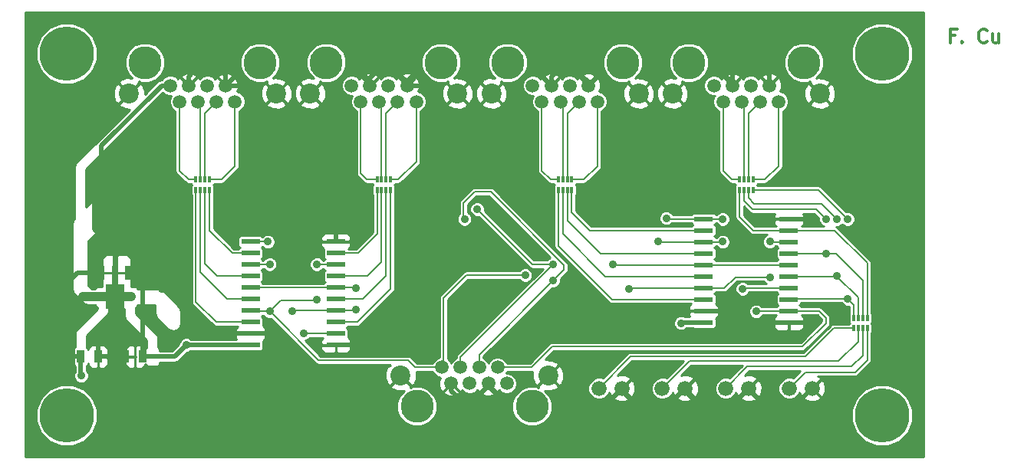
<source format=gtl>
G04 (created by PCBNEW (2013-07-07 BZR 4022)-stable) date 18/09/2013 13:21:15*
%MOIN*%
G04 Gerber Fmt 3.4, Leading zero omitted, Abs format*
%FSLAX34Y34*%
G01*
G70*
G90*
G04 APERTURE LIST*
%ADD10C,0.00590551*%
%ADD11C,0.011811*%
%ADD12C,0.066*%
%ADD13R,0.0118X0.0256*%
%ADD14R,0.0787402X0.023622*%
%ADD15R,0.035X0.055*%
%ADD16C,0.23622*%
%ADD17C,0.1437*%
%ADD18C,0.0591*%
%ADD19C,0.0866142*%
%ADD20R,0.0276X0.063*%
%ADD21R,0.0276X0.0827*%
%ADD22R,0.0787X0.1083*%
%ADD23C,0.035*%
%ADD24C,0.0393701*%
%ADD25C,0.019685*%
%ADD26C,0.00787402*%
%ADD27C,0.01*%
G04 APERTURE END LIST*
G54D10*
G54D11*
X45298Y-5913D02*
X45101Y-5913D01*
X45101Y-6223D02*
X45101Y-5632D01*
X45382Y-5632D01*
X45607Y-6167D02*
X45635Y-6195D01*
X45607Y-6223D01*
X45579Y-6195D01*
X45607Y-6167D01*
X45607Y-6223D01*
X46676Y-6167D02*
X46647Y-6195D01*
X46563Y-6223D01*
X46507Y-6223D01*
X46422Y-6195D01*
X46366Y-6138D01*
X46338Y-6082D01*
X46310Y-5970D01*
X46310Y-5885D01*
X46338Y-5773D01*
X46366Y-5717D01*
X46422Y-5660D01*
X46507Y-5632D01*
X46563Y-5632D01*
X46647Y-5660D01*
X46676Y-5688D01*
X47182Y-5829D02*
X47182Y-6223D01*
X46929Y-5829D02*
X46929Y-6138D01*
X46957Y-6195D01*
X47013Y-6223D01*
X47097Y-6223D01*
X47154Y-6195D01*
X47182Y-6167D01*
G54D12*
X38082Y-21259D03*
X39082Y-21259D03*
X35326Y-21259D03*
X36326Y-21259D03*
X32570Y-21259D03*
X33570Y-21259D03*
X29814Y-21259D03*
X30814Y-21259D03*
G54D13*
X41476Y-18197D03*
X41279Y-18197D03*
X41082Y-18197D03*
X40885Y-18197D03*
X40885Y-18650D03*
X41082Y-18650D03*
X41279Y-18650D03*
X41476Y-18650D03*
X12303Y-12629D03*
X12500Y-12629D03*
X12697Y-12629D03*
X12894Y-12629D03*
X12894Y-12176D03*
X12697Y-12176D03*
X12500Y-12176D03*
X12303Y-12176D03*
X20177Y-12629D03*
X20374Y-12629D03*
X20571Y-12629D03*
X20768Y-12629D03*
X20768Y-12176D03*
X20571Y-12176D03*
X20374Y-12176D03*
X20177Y-12176D03*
X28051Y-12629D03*
X28248Y-12629D03*
X28445Y-12629D03*
X28642Y-12629D03*
X28642Y-12176D03*
X28445Y-12176D03*
X28248Y-12176D03*
X28051Y-12176D03*
X35925Y-12629D03*
X36122Y-12629D03*
X36319Y-12629D03*
X36516Y-12629D03*
X36516Y-12176D03*
X36319Y-12176D03*
X36122Y-12176D03*
X35925Y-12176D03*
G54D14*
X14685Y-14875D03*
X14685Y-15375D03*
X14685Y-15875D03*
X14685Y-16375D03*
X14685Y-16875D03*
X14685Y-17375D03*
X14685Y-17875D03*
X14685Y-18375D03*
X14685Y-18875D03*
X14685Y-19375D03*
X18385Y-19375D03*
X18385Y-18875D03*
X18385Y-18375D03*
X18385Y-17875D03*
X18385Y-17375D03*
X18385Y-16875D03*
X18385Y-16375D03*
X18385Y-15875D03*
X18385Y-15375D03*
X18385Y-14875D03*
X34370Y-13891D03*
X34370Y-14391D03*
X34370Y-14891D03*
X34370Y-15391D03*
X34370Y-15891D03*
X34370Y-16391D03*
X34370Y-16891D03*
X34370Y-17391D03*
X34370Y-17891D03*
X34370Y-18391D03*
X38070Y-18391D03*
X38070Y-17891D03*
X38070Y-17391D03*
X38070Y-16891D03*
X38070Y-16391D03*
X38070Y-15891D03*
X38070Y-15391D03*
X38070Y-14891D03*
X38070Y-14391D03*
X38070Y-13891D03*
G54D15*
X7302Y-19881D03*
X8052Y-19881D03*
X9981Y-19881D03*
X9231Y-19881D03*
G54D16*
X6692Y-6692D03*
X6692Y-22440D03*
X42125Y-22440D03*
X42125Y-6692D03*
G54D17*
X17972Y-7086D03*
X22972Y-7086D03*
G54D18*
X19066Y-8086D03*
X19468Y-8787D03*
X19870Y-8086D03*
X20271Y-8787D03*
X20673Y-8086D03*
X21074Y-8787D03*
X21476Y-8086D03*
X21877Y-8787D03*
G54D19*
X17271Y-8437D03*
X23673Y-8437D03*
G54D17*
X26909Y-22047D03*
X21909Y-22047D03*
G54D18*
X25814Y-21047D03*
X25413Y-20346D03*
X25011Y-21047D03*
X24610Y-20346D03*
X24208Y-21047D03*
X23807Y-20346D03*
X23405Y-21047D03*
X23003Y-20346D03*
G54D19*
X27610Y-20696D03*
X21208Y-20696D03*
G54D17*
X10098Y-7086D03*
X15098Y-7086D03*
G54D18*
X11192Y-8086D03*
X11594Y-8787D03*
X11996Y-8086D03*
X12397Y-8787D03*
X12799Y-8086D03*
X13200Y-8787D03*
X13602Y-8086D03*
X14003Y-8787D03*
G54D19*
X9397Y-8437D03*
X15799Y-8437D03*
G54D17*
X33720Y-7086D03*
X38720Y-7086D03*
G54D18*
X34814Y-8086D03*
X35216Y-8787D03*
X35618Y-8086D03*
X36019Y-8787D03*
X36421Y-8086D03*
X36822Y-8787D03*
X37224Y-8086D03*
X37625Y-8787D03*
G54D19*
X33019Y-8437D03*
X39421Y-8437D03*
G54D17*
X25846Y-7086D03*
X30846Y-7086D03*
G54D18*
X26940Y-8086D03*
X27342Y-8787D03*
X27744Y-8086D03*
X28145Y-8787D03*
X28547Y-8086D03*
X28948Y-8787D03*
X29350Y-8086D03*
X29751Y-8787D03*
G54D19*
X25145Y-8437D03*
X31547Y-8437D03*
G54D20*
X9370Y-16220D03*
G54D21*
X8779Y-16318D03*
G54D20*
X8188Y-16220D03*
G54D22*
X8779Y-17263D03*
G54D23*
X8188Y-13700D03*
X8188Y-14173D03*
X8188Y-13149D03*
X7322Y-20708D03*
X15551Y-18858D03*
X38858Y-18346D03*
X38858Y-13897D03*
X19994Y-19375D03*
X40629Y-13897D03*
X40629Y-17362D03*
X40157Y-16377D03*
X40157Y-13897D03*
X39685Y-15393D03*
X39685Y-13897D03*
X26614Y-16338D03*
X31141Y-16929D03*
X37244Y-16417D03*
X37244Y-14881D03*
X15511Y-17913D03*
X17559Y-17401D03*
X17559Y-15866D03*
X24527Y-13464D03*
X19251Y-16889D03*
X30433Y-15866D03*
X27834Y-15866D03*
X23976Y-13897D03*
X19251Y-17834D03*
X27834Y-16574D03*
X32401Y-14881D03*
X36062Y-16929D03*
X35196Y-14881D03*
X16496Y-17913D03*
X15511Y-15866D03*
X36653Y-17913D03*
X35196Y-13897D03*
X32755Y-13858D03*
X17007Y-18858D03*
X15433Y-14881D03*
X10826Y-16929D03*
X11181Y-16574D03*
X10826Y-16220D03*
X11889Y-19370D03*
X33385Y-18425D03*
G54D24*
X8188Y-14488D02*
X8188Y-14488D01*
X8188Y-14488D02*
X8385Y-14291D01*
X8385Y-14291D02*
X8385Y-12913D01*
X8385Y-12913D02*
X8188Y-12716D01*
X8188Y-14488D02*
X8188Y-14487D01*
X8188Y-14487D02*
X7992Y-14291D01*
X7992Y-14291D02*
X7992Y-12913D01*
X7992Y-12913D02*
X8188Y-12716D01*
X8188Y-12716D02*
X8188Y-12716D01*
X8188Y-14251D02*
X8188Y-14173D01*
X8188Y-14173D02*
X8188Y-14173D01*
X8188Y-14251D02*
X8188Y-13700D01*
X8188Y-13700D02*
X8188Y-13149D01*
X8188Y-13149D02*
X8188Y-13110D01*
X8188Y-13110D02*
X8188Y-13110D01*
X8188Y-13110D02*
X8188Y-13110D01*
G54D25*
X11192Y-8086D02*
X10811Y-8086D01*
X10811Y-8086D02*
X8188Y-10709D01*
X8188Y-10709D02*
X8188Y-12716D01*
X8188Y-12716D02*
X8188Y-13110D01*
X8188Y-14251D02*
X8188Y-14488D01*
X8188Y-14488D02*
X8188Y-16220D01*
X8188Y-16220D02*
X7165Y-16220D01*
X7165Y-16220D02*
X6377Y-17007D01*
X6377Y-17007D02*
X6377Y-19370D01*
X6377Y-19370D02*
X6889Y-19881D01*
X6889Y-19881D02*
X7302Y-19881D01*
X7302Y-19881D02*
X7302Y-20687D01*
X7302Y-20687D02*
X7322Y-20708D01*
X8779Y-15196D02*
X8779Y-15000D01*
X8779Y-15000D02*
X9094Y-14685D01*
X9094Y-14685D02*
X10669Y-14685D01*
X10669Y-14685D02*
X12007Y-16023D01*
X12007Y-16023D02*
X12007Y-17755D01*
X8779Y-16318D02*
X8779Y-15196D01*
G54D24*
X8779Y-17263D02*
X9468Y-17263D01*
X9468Y-17263D02*
X9488Y-17283D01*
X8779Y-17263D02*
X7421Y-17263D01*
X7421Y-17263D02*
X7401Y-17283D01*
X8779Y-17263D02*
X8779Y-18307D01*
G54D25*
X9231Y-19881D02*
X9231Y-18758D01*
X9231Y-18758D02*
X8779Y-18307D01*
X8052Y-19881D02*
X8052Y-19034D01*
X8052Y-19034D02*
X8779Y-18307D01*
X8052Y-19881D02*
X9231Y-19881D01*
X30814Y-21259D02*
X30814Y-21366D01*
X32783Y-22047D02*
X33570Y-21259D01*
X31496Y-22047D02*
X32783Y-22047D01*
X30814Y-21366D02*
X31496Y-22047D01*
X33570Y-21259D02*
X33570Y-21366D01*
X35618Y-21968D02*
X36326Y-21259D01*
X34173Y-21968D02*
X35618Y-21968D01*
X33570Y-21366D02*
X34173Y-21968D01*
X36326Y-21259D02*
X36326Y-21287D01*
X36326Y-21287D02*
X37007Y-21968D01*
X37007Y-21968D02*
X38374Y-21968D01*
X38374Y-21968D02*
X39082Y-21259D01*
X25011Y-21047D02*
X25011Y-21153D01*
X28925Y-23149D02*
X30814Y-21259D01*
X26535Y-23149D02*
X28925Y-23149D01*
X25826Y-22440D02*
X26535Y-23149D01*
X25826Y-21968D02*
X25826Y-22440D01*
X25011Y-21153D02*
X25826Y-21968D01*
X19870Y-8086D02*
X19870Y-7901D01*
X14094Y-7594D02*
X13602Y-8086D01*
X14094Y-6535D02*
X14094Y-7594D01*
X14960Y-5669D02*
X14094Y-6535D01*
X18188Y-5669D02*
X14960Y-5669D01*
X18976Y-6456D02*
X18188Y-5669D01*
X18976Y-7007D02*
X18976Y-6456D01*
X19870Y-7901D02*
X18976Y-7007D01*
X21476Y-8086D02*
X21476Y-7893D01*
X27244Y-7586D02*
X27744Y-8086D01*
X27244Y-7086D02*
X27244Y-7586D01*
X26141Y-5984D02*
X27244Y-7086D01*
X22440Y-5984D02*
X26141Y-5984D01*
X21889Y-6535D02*
X22440Y-5984D01*
X21889Y-7480D02*
X21889Y-6535D01*
X21476Y-7893D02*
X21889Y-7480D01*
X21476Y-8086D02*
X21476Y-7933D01*
X19870Y-7767D02*
X19870Y-8086D01*
X20314Y-7322D02*
X19870Y-7767D01*
X20866Y-7322D02*
X20314Y-7322D01*
X21476Y-7933D02*
X20866Y-7322D01*
X35618Y-8086D02*
X35618Y-7980D01*
X29685Y-7751D02*
X29350Y-8086D01*
X29685Y-6850D02*
X29685Y-7751D01*
X30787Y-5748D02*
X29685Y-6850D01*
X33858Y-5748D02*
X30787Y-5748D01*
X34803Y-6692D02*
X33858Y-5748D01*
X34803Y-7165D02*
X34803Y-6692D01*
X35618Y-7980D02*
X34803Y-7165D01*
X29350Y-8086D02*
X29350Y-7933D01*
X29350Y-7933D02*
X28740Y-7322D01*
X28740Y-7322D02*
X28110Y-7322D01*
X28110Y-7322D02*
X27744Y-7688D01*
X27744Y-7688D02*
X27744Y-8086D01*
X14685Y-18875D02*
X13127Y-18875D01*
X13127Y-18875D02*
X12007Y-17755D01*
X25011Y-21047D02*
X25011Y-21129D01*
X23405Y-21358D02*
X23405Y-21047D01*
X23779Y-21732D02*
X23405Y-21358D01*
X24409Y-21732D02*
X23779Y-21732D01*
X25011Y-21129D02*
X24409Y-21732D01*
X35618Y-8086D02*
X35618Y-7610D01*
X37224Y-7618D02*
X37224Y-8086D01*
X36850Y-7244D02*
X37224Y-7618D01*
X35984Y-7244D02*
X36850Y-7244D01*
X35618Y-7610D02*
X35984Y-7244D01*
X11996Y-8086D02*
X11996Y-7688D01*
X11996Y-7688D02*
X12440Y-7244D01*
X12440Y-7244D02*
X13228Y-7244D01*
X13228Y-7244D02*
X13602Y-7618D01*
X13602Y-7618D02*
X13602Y-8086D01*
X34370Y-17891D02*
X35450Y-17891D01*
X35950Y-18391D02*
X38070Y-18391D01*
X35450Y-17891D02*
X35950Y-18391D01*
X14685Y-18875D02*
X15533Y-18875D01*
X15533Y-18875D02*
X15551Y-18858D01*
X38858Y-13897D02*
X38852Y-13891D01*
X38070Y-13891D02*
X38852Y-13891D01*
X38812Y-18391D02*
X38070Y-18391D01*
X38858Y-18346D02*
X38812Y-18391D01*
X18385Y-19375D02*
X19994Y-19375D01*
X22181Y-8086D02*
X21476Y-8086D01*
X19994Y-19375D02*
X22913Y-16456D01*
X22913Y-16456D02*
X22913Y-8818D01*
X22913Y-8818D02*
X22181Y-8086D01*
X18385Y-14875D02*
X18385Y-12086D01*
X18385Y-12086D02*
X14385Y-8086D01*
X14385Y-8086D02*
X13602Y-8086D01*
X13625Y-8110D02*
X13602Y-8086D01*
G54D26*
X41476Y-18650D02*
X41476Y-20019D01*
X38791Y-20551D02*
X38082Y-21259D01*
X40944Y-20551D02*
X38791Y-20551D01*
X41476Y-20019D02*
X40944Y-20551D01*
X20571Y-12176D02*
X20571Y-9290D01*
X20571Y-9290D02*
X21074Y-8787D01*
G54D27*
X21062Y-8799D02*
X21074Y-8787D01*
G54D26*
X20374Y-12176D02*
X20374Y-8890D01*
X20374Y-8890D02*
X20271Y-8787D01*
G54D27*
X20275Y-8791D02*
X20271Y-8787D01*
G54D26*
X19468Y-8787D02*
X19468Y-11909D01*
X19735Y-12176D02*
X20177Y-12176D01*
X19468Y-11909D02*
X19735Y-12176D01*
G54D27*
X19488Y-8807D02*
X19468Y-8787D01*
G54D26*
X20571Y-12629D02*
X20571Y-16357D01*
X19553Y-17375D02*
X18385Y-17375D01*
X20571Y-16357D02*
X19553Y-17375D01*
X18385Y-16375D02*
X19765Y-16375D01*
X20374Y-15767D02*
X20374Y-12629D01*
X19765Y-16375D02*
X20374Y-15767D01*
X20177Y-12629D02*
X20177Y-14546D01*
X19348Y-15375D02*
X18385Y-15375D01*
X20177Y-14546D02*
X19348Y-15375D01*
X14003Y-8787D02*
X14003Y-11586D01*
X13413Y-12176D02*
X12894Y-12176D01*
X14003Y-11586D02*
X13413Y-12176D01*
G54D27*
X13976Y-8814D02*
X14003Y-8787D01*
G54D26*
X12697Y-12176D02*
X12697Y-9290D01*
X12697Y-9290D02*
X13200Y-8787D01*
G54D27*
X13188Y-8799D02*
X13200Y-8787D01*
G54D26*
X12500Y-12176D02*
X12500Y-8890D01*
X12500Y-8890D02*
X12397Y-8787D01*
G54D27*
X12401Y-8791D02*
X12397Y-8787D01*
G54D26*
X11594Y-8787D02*
X11594Y-11791D01*
X11979Y-12176D02*
X12303Y-12176D01*
X11594Y-11791D02*
X11979Y-12176D01*
X14685Y-15375D02*
X13879Y-15375D01*
X12894Y-14390D02*
X12894Y-12629D01*
X13879Y-15375D02*
X12894Y-14390D01*
X14685Y-16375D02*
X13226Y-16375D01*
X12697Y-15847D02*
X12697Y-12629D01*
X13226Y-16375D02*
X12697Y-15847D01*
X28051Y-12629D02*
X28051Y-15059D01*
X30383Y-17391D02*
X34370Y-17391D01*
X28051Y-15059D02*
X30383Y-17391D01*
X29751Y-8787D02*
X29751Y-11586D01*
X29162Y-12176D02*
X28642Y-12176D01*
X29751Y-11586D02*
X29162Y-12176D01*
X28445Y-12176D02*
X28445Y-9290D01*
X28445Y-9290D02*
X28948Y-8787D01*
X28248Y-12176D02*
X28248Y-8890D01*
X28248Y-8890D02*
X28145Y-8787D01*
X27342Y-8787D02*
X27342Y-11791D01*
X27727Y-12176D02*
X28051Y-12176D01*
X27342Y-11791D02*
X27727Y-12176D01*
X28642Y-12629D02*
X28642Y-13603D01*
X29431Y-14391D02*
X34370Y-14391D01*
X28642Y-13603D02*
X29431Y-14391D01*
X28248Y-12629D02*
X28248Y-14547D01*
X30092Y-16391D02*
X34370Y-16391D01*
X28248Y-14547D02*
X30092Y-16391D01*
X28445Y-12629D02*
X28445Y-13957D01*
X29879Y-15391D02*
X34370Y-15391D01*
X28445Y-13957D02*
X29879Y-15391D01*
X14685Y-18375D02*
X13179Y-18375D01*
X12303Y-17500D02*
X12303Y-12629D01*
X13179Y-18375D02*
X12303Y-17500D01*
X38100Y-17362D02*
X38070Y-17391D01*
X40629Y-17362D02*
X38100Y-17362D01*
X40885Y-18197D02*
X40885Y-17617D01*
X39361Y-12629D02*
X36516Y-12629D01*
X40629Y-13897D02*
X39361Y-12629D01*
X40885Y-17617D02*
X40629Y-17362D01*
X36319Y-12629D02*
X36319Y-12973D01*
X40157Y-16377D02*
X40157Y-16391D01*
X39488Y-13228D02*
X40157Y-13897D01*
X36574Y-13228D02*
X39488Y-13228D01*
X36319Y-12973D02*
X36574Y-13228D01*
X38070Y-16391D02*
X40157Y-16391D01*
X40157Y-16391D02*
X40171Y-16391D01*
X41082Y-17302D02*
X41082Y-18197D01*
X40171Y-16391D02*
X41082Y-17302D01*
X36122Y-12629D02*
X36122Y-13090D01*
X39685Y-15393D02*
X39685Y-15391D01*
X39251Y-13464D02*
X39685Y-13897D01*
X36496Y-13464D02*
X39251Y-13464D01*
X36122Y-13090D02*
X36496Y-13464D01*
X38070Y-15391D02*
X39685Y-15391D01*
X39685Y-15391D02*
X40116Y-15391D01*
X41279Y-16554D02*
X41279Y-18197D01*
X40116Y-15391D02*
X41279Y-16554D01*
X38070Y-14391D02*
X40061Y-14391D01*
X41476Y-15806D02*
X41476Y-18197D01*
X40061Y-14391D02*
X41476Y-15806D01*
X35925Y-12629D02*
X35925Y-13799D01*
X36517Y-14391D02*
X38070Y-14391D01*
X35925Y-13799D02*
X36517Y-14391D01*
X37625Y-8787D02*
X37625Y-11586D01*
X37036Y-12176D02*
X36516Y-12176D01*
X37625Y-11586D02*
X37036Y-12176D01*
X36319Y-12176D02*
X36319Y-9290D01*
X36319Y-9290D02*
X36822Y-8787D01*
X36122Y-12176D02*
X36122Y-8890D01*
X36122Y-8890D02*
X36019Y-8787D01*
X35216Y-8787D02*
X35216Y-11791D01*
X35601Y-12176D02*
X35925Y-12176D01*
X35216Y-11791D02*
X35601Y-12176D01*
X34370Y-16891D02*
X31179Y-16891D01*
X23070Y-20279D02*
X23003Y-20346D01*
X23070Y-17322D02*
X23070Y-20279D01*
X24055Y-16338D02*
X23070Y-17322D01*
X26614Y-16338D02*
X24055Y-16338D01*
X31179Y-16891D02*
X31141Y-16929D01*
X38070Y-14891D02*
X37253Y-14891D01*
X34372Y-16889D02*
X34370Y-16891D01*
X35275Y-16889D02*
X34372Y-16889D01*
X35748Y-16417D02*
X35275Y-16889D01*
X37244Y-16417D02*
X35748Y-16417D01*
X37253Y-14891D02*
X37244Y-14881D01*
X18385Y-15875D02*
X17568Y-15875D01*
X17637Y-20039D02*
X15511Y-17913D01*
X21535Y-20039D02*
X17637Y-20039D01*
X21842Y-20346D02*
X21535Y-20039D01*
X23003Y-20346D02*
X21842Y-20346D01*
X15984Y-17440D02*
X15511Y-17913D01*
X17519Y-17440D02*
X15984Y-17440D01*
X17559Y-17401D02*
X17519Y-17440D01*
X17568Y-15875D02*
X17559Y-15866D01*
X15511Y-17913D02*
X14722Y-17913D01*
X14722Y-17913D02*
X14685Y-17875D01*
X14685Y-17375D02*
X13675Y-17375D01*
X12500Y-16201D02*
X12500Y-12629D01*
X13675Y-17375D02*
X12500Y-16201D01*
X18385Y-16875D02*
X19238Y-16875D01*
X26929Y-15866D02*
X27834Y-15866D01*
X24527Y-13464D02*
X26929Y-15866D01*
X19238Y-16875D02*
X19251Y-16889D01*
X34370Y-15891D02*
X30458Y-15891D01*
X30458Y-15891D02*
X30433Y-15866D01*
X23807Y-19893D02*
X23807Y-20346D01*
X27834Y-15866D02*
X23807Y-19893D01*
X38070Y-15891D02*
X34370Y-15891D01*
X18385Y-16875D02*
X14685Y-16875D01*
X23807Y-20440D02*
X23799Y-20433D01*
X18385Y-17875D02*
X19210Y-17875D01*
X28307Y-16102D02*
X27834Y-16574D01*
X28307Y-15905D02*
X28307Y-16102D01*
X25118Y-12716D02*
X28307Y-15905D01*
X24409Y-12716D02*
X25118Y-12716D01*
X23937Y-13188D02*
X24409Y-12716D01*
X23937Y-13858D02*
X23937Y-13188D01*
X23976Y-13897D02*
X23937Y-13858D01*
X19210Y-17875D02*
X19251Y-17834D01*
X34370Y-14891D02*
X32411Y-14891D01*
X32411Y-14891D02*
X32401Y-14881D01*
X24610Y-19799D02*
X24610Y-20346D01*
X27834Y-16574D02*
X24610Y-19799D01*
X34370Y-14891D02*
X35187Y-14891D01*
X36100Y-16891D02*
X38070Y-16891D01*
X36062Y-16929D02*
X36100Y-16891D01*
X35187Y-14891D02*
X35196Y-14881D01*
X14685Y-15875D02*
X15501Y-15875D01*
X16533Y-17875D02*
X18385Y-17875D01*
X16496Y-17913D02*
X16533Y-17875D01*
X15501Y-15875D02*
X15511Y-15866D01*
X34370Y-13891D02*
X35190Y-13891D01*
X36675Y-17891D02*
X38070Y-17891D01*
X36653Y-17913D02*
X36675Y-17891D01*
X35190Y-13891D02*
X35196Y-13897D01*
X32789Y-13891D02*
X34370Y-13891D01*
X32755Y-13858D02*
X32789Y-13891D01*
X14685Y-14875D02*
X15427Y-14875D01*
X17025Y-18875D02*
X18385Y-18875D01*
X17007Y-18858D02*
X17025Y-18875D01*
X15427Y-14875D02*
X15433Y-14881D01*
X25413Y-20346D02*
X26897Y-20346D01*
X26897Y-20346D02*
X27795Y-19448D01*
X27795Y-19448D02*
X38661Y-19448D01*
X38661Y-19448D02*
X39685Y-18425D01*
X39685Y-18425D02*
X39685Y-18188D01*
X39685Y-18188D02*
X39387Y-17891D01*
X39387Y-17891D02*
X38070Y-17891D01*
X40885Y-18650D02*
X40011Y-18650D01*
X31192Y-19881D02*
X29814Y-21259D01*
X38779Y-19881D02*
X31192Y-19881D01*
X40011Y-18650D02*
X38779Y-19881D01*
X41082Y-18650D02*
X41082Y-19232D01*
X33751Y-20078D02*
X32570Y-21259D01*
X40236Y-20078D02*
X33751Y-20078D01*
X41082Y-19232D02*
X40236Y-20078D01*
X41279Y-18650D02*
X41279Y-19823D01*
X36271Y-20314D02*
X35326Y-21259D01*
X40787Y-20314D02*
X36271Y-20314D01*
X41279Y-19823D02*
X40787Y-20314D01*
X18385Y-18375D02*
X19340Y-18375D01*
X20768Y-16948D02*
X20768Y-12629D01*
X19340Y-18375D02*
X20768Y-16948D01*
X21877Y-8787D02*
X21877Y-11389D01*
X21091Y-12176D02*
X20768Y-12176D01*
X21877Y-11389D02*
X21091Y-12176D01*
G54D27*
X21850Y-8814D02*
X21877Y-8787D01*
G54D25*
X10826Y-16929D02*
X10748Y-16929D01*
X10748Y-16929D02*
X10629Y-16811D01*
X10629Y-16811D02*
X10629Y-16220D01*
X10964Y-16791D02*
X10964Y-16358D01*
X10964Y-16358D02*
X10944Y-16338D01*
X10826Y-16929D02*
X10964Y-16791D01*
X10964Y-16791D02*
X11181Y-16574D01*
X10826Y-16220D02*
X10826Y-16929D01*
X10826Y-16220D02*
X10944Y-16338D01*
X10944Y-16338D02*
X11181Y-16574D01*
X9370Y-16220D02*
X10629Y-16220D01*
X10629Y-16220D02*
X10826Y-16220D01*
X10826Y-16220D02*
X10826Y-16220D01*
X9370Y-16220D02*
X9803Y-16220D01*
X9981Y-16398D02*
X9981Y-19881D01*
X9803Y-16220D02*
X9981Y-16398D01*
X9981Y-19881D02*
X10414Y-19881D01*
X11883Y-19375D02*
X11377Y-19881D01*
X11377Y-19881D02*
X10414Y-19881D01*
X11883Y-19375D02*
X11889Y-19375D01*
X34370Y-18391D02*
X33419Y-18391D01*
X11889Y-19370D02*
X11889Y-19375D01*
X33419Y-18391D02*
X33385Y-18425D01*
X14685Y-19375D02*
X11889Y-19375D01*
G54D10*
G36*
X39579Y-14203D02*
X38624Y-14203D01*
X38676Y-14151D01*
X38714Y-14059D01*
X38714Y-13963D01*
X38652Y-13900D01*
X38079Y-13900D01*
X38079Y-13908D01*
X38061Y-13908D01*
X38061Y-13900D01*
X37489Y-13900D01*
X37427Y-13963D01*
X37427Y-14059D01*
X37465Y-14151D01*
X37517Y-14203D01*
X36595Y-14203D01*
X36113Y-13721D01*
X36113Y-13347D01*
X36363Y-13597D01*
X36424Y-13638D01*
X36424Y-13638D01*
X36496Y-13652D01*
X37456Y-13652D01*
X37427Y-13724D01*
X37427Y-13820D01*
X37489Y-13882D01*
X38061Y-13882D01*
X38061Y-13874D01*
X38079Y-13874D01*
X38079Y-13882D01*
X38652Y-13882D01*
X38714Y-13820D01*
X38714Y-13724D01*
X38684Y-13652D01*
X39174Y-13652D01*
X39361Y-13839D01*
X39361Y-13961D01*
X39410Y-14080D01*
X39501Y-14171D01*
X39579Y-14203D01*
X39579Y-14203D01*
G37*
G54D27*
X39579Y-14203D02*
X38624Y-14203D01*
X38676Y-14151D01*
X38714Y-14059D01*
X38714Y-13963D01*
X38652Y-13900D01*
X38079Y-13900D01*
X38079Y-13908D01*
X38061Y-13908D01*
X38061Y-13900D01*
X37489Y-13900D01*
X37427Y-13963D01*
X37427Y-14059D01*
X37465Y-14151D01*
X37517Y-14203D01*
X36595Y-14203D01*
X36113Y-13721D01*
X36113Y-13347D01*
X36363Y-13597D01*
X36424Y-13638D01*
X36424Y-13638D01*
X36496Y-13652D01*
X37456Y-13652D01*
X37427Y-13724D01*
X37427Y-13820D01*
X37489Y-13882D01*
X38061Y-13882D01*
X38061Y-13874D01*
X38079Y-13874D01*
X38079Y-13882D01*
X38652Y-13882D01*
X38714Y-13820D01*
X38714Y-13724D01*
X38684Y-13652D01*
X39174Y-13652D01*
X39361Y-13839D01*
X39361Y-13961D01*
X39410Y-14080D01*
X39501Y-14171D01*
X39579Y-14203D01*
G54D10*
G36*
X43916Y-24231D02*
X43457Y-24231D01*
X43457Y-22177D01*
X43457Y-6429D01*
X43255Y-5939D01*
X42880Y-5565D01*
X42391Y-5362D01*
X41862Y-5361D01*
X41372Y-5563D01*
X40998Y-5937D01*
X40795Y-6426D01*
X40794Y-6956D01*
X40996Y-7445D01*
X41370Y-7820D01*
X41860Y-8023D01*
X42389Y-8024D01*
X42879Y-7822D01*
X43253Y-7447D01*
X43456Y-6958D01*
X43457Y-6429D01*
X43457Y-22177D01*
X43255Y-21687D01*
X42880Y-21313D01*
X42391Y-21110D01*
X41862Y-21109D01*
X41683Y-21183D01*
X41683Y-18748D01*
X41683Y-18492D01*
X41661Y-18438D01*
X41646Y-18423D01*
X41660Y-18409D01*
X41683Y-18354D01*
X41683Y-18295D01*
X41683Y-18039D01*
X41663Y-17992D01*
X41663Y-15806D01*
X41663Y-15806D01*
X41663Y-15806D01*
X41661Y-15792D01*
X41649Y-15734D01*
X41649Y-15734D01*
X41608Y-15674D01*
X41608Y-15674D01*
X40193Y-14258D01*
X40137Y-14221D01*
X40221Y-14221D01*
X40340Y-14171D01*
X40393Y-14118D01*
X40446Y-14171D01*
X40565Y-14221D01*
X40693Y-14221D01*
X40812Y-14171D01*
X40903Y-14081D01*
X40953Y-13962D01*
X40953Y-13833D01*
X40904Y-13714D01*
X40813Y-13623D01*
X40694Y-13574D01*
X40572Y-13574D01*
X40107Y-13109D01*
X40107Y-8319D01*
X40010Y-8065D01*
X39989Y-8035D01*
X39875Y-7995D01*
X39863Y-8007D01*
X39863Y-7982D01*
X39823Y-7868D01*
X39575Y-7757D01*
X39303Y-7750D01*
X39272Y-7762D01*
X39456Y-7579D01*
X39588Y-7260D01*
X39589Y-6914D01*
X39457Y-6595D01*
X39213Y-6350D01*
X38893Y-6218D01*
X38548Y-6217D01*
X38229Y-6349D01*
X37984Y-6594D01*
X37852Y-6913D01*
X37851Y-7258D01*
X37983Y-7577D01*
X38227Y-7822D01*
X38546Y-7954D01*
X38892Y-7955D01*
X39005Y-7908D01*
X38979Y-7982D01*
X39421Y-8424D01*
X39863Y-7982D01*
X39863Y-8007D01*
X39434Y-8437D01*
X39875Y-8878D01*
X39989Y-8839D01*
X40100Y-8590D01*
X40107Y-8319D01*
X40107Y-13109D01*
X39863Y-12865D01*
X39863Y-8891D01*
X39421Y-8449D01*
X39408Y-8462D01*
X39408Y-8437D01*
X38966Y-7995D01*
X38852Y-8035D01*
X38741Y-8283D01*
X38734Y-8554D01*
X38832Y-8808D01*
X38852Y-8839D01*
X38966Y-8878D01*
X39408Y-8437D01*
X39408Y-8462D01*
X38979Y-8891D01*
X39019Y-9005D01*
X39267Y-9116D01*
X39539Y-9123D01*
X39792Y-9026D01*
X39823Y-9005D01*
X39863Y-8891D01*
X39863Y-12865D01*
X39494Y-12496D01*
X39433Y-12456D01*
X39361Y-12441D01*
X36711Y-12441D01*
X36701Y-12417D01*
X36686Y-12403D01*
X36701Y-12388D01*
X36711Y-12364D01*
X37036Y-12364D01*
X37107Y-12350D01*
X37168Y-12309D01*
X37758Y-11719D01*
X37799Y-11658D01*
X37813Y-11586D01*
X37813Y-9190D01*
X37877Y-9163D01*
X38002Y-9039D01*
X38069Y-8876D01*
X38069Y-8699D01*
X38002Y-8536D01*
X37877Y-8411D01*
X37714Y-8343D01*
X37707Y-8343D01*
X37767Y-8207D01*
X37772Y-7990D01*
X37693Y-7788D01*
X37679Y-7767D01*
X37579Y-7743D01*
X37567Y-7756D01*
X37567Y-7731D01*
X37543Y-7631D01*
X37345Y-7543D01*
X37128Y-7538D01*
X36926Y-7617D01*
X36904Y-7631D01*
X36881Y-7731D01*
X37224Y-8073D01*
X37567Y-7731D01*
X37567Y-7756D01*
X37237Y-8086D01*
X37242Y-8092D01*
X37229Y-8104D01*
X37224Y-8099D01*
X37218Y-8104D01*
X37206Y-8092D01*
X37211Y-8086D01*
X36868Y-7743D01*
X36769Y-7767D01*
X36757Y-7793D01*
X36673Y-7709D01*
X36510Y-7641D01*
X36333Y-7641D01*
X36169Y-7708D01*
X36088Y-7789D01*
X36087Y-7788D01*
X36073Y-7767D01*
X35973Y-7743D01*
X35960Y-7756D01*
X35960Y-7731D01*
X35937Y-7631D01*
X35739Y-7543D01*
X35522Y-7538D01*
X35319Y-7617D01*
X35298Y-7631D01*
X35275Y-7731D01*
X35618Y-8073D01*
X35960Y-7731D01*
X35960Y-7756D01*
X35630Y-8086D01*
X35636Y-8092D01*
X35623Y-8104D01*
X35618Y-8099D01*
X35612Y-8104D01*
X35599Y-8092D01*
X35605Y-8086D01*
X35262Y-7743D01*
X35162Y-7767D01*
X35151Y-7793D01*
X35067Y-7709D01*
X34903Y-7641D01*
X34726Y-7641D01*
X34589Y-7697D01*
X34589Y-6914D01*
X34457Y-6595D01*
X34213Y-6350D01*
X33893Y-6218D01*
X33548Y-6217D01*
X33229Y-6349D01*
X32984Y-6594D01*
X32852Y-6913D01*
X32851Y-7258D01*
X32983Y-7577D01*
X33162Y-7757D01*
X32901Y-7750D01*
X32648Y-7847D01*
X32617Y-7868D01*
X32577Y-7982D01*
X33019Y-8424D01*
X33461Y-7982D01*
X33435Y-7908D01*
X33546Y-7954D01*
X33892Y-7955D01*
X34211Y-7823D01*
X34456Y-7579D01*
X34588Y-7260D01*
X34589Y-6914D01*
X34589Y-7697D01*
X34562Y-7708D01*
X34437Y-7833D01*
X34369Y-7997D01*
X34369Y-8174D01*
X34437Y-8338D01*
X34562Y-8464D01*
X34725Y-8532D01*
X34843Y-8532D01*
X34840Y-8535D01*
X34772Y-8698D01*
X34772Y-8875D01*
X34839Y-9038D01*
X34964Y-9163D01*
X35028Y-9190D01*
X35028Y-11791D01*
X35043Y-11863D01*
X35083Y-11924D01*
X35468Y-12309D01*
X35468Y-12309D01*
X35529Y-12350D01*
X35529Y-12350D01*
X35601Y-12364D01*
X35601Y-12364D01*
X35730Y-12364D01*
X35740Y-12388D01*
X35755Y-12403D01*
X35740Y-12417D01*
X35718Y-12471D01*
X35718Y-12530D01*
X35718Y-12786D01*
X35737Y-12834D01*
X35737Y-13799D01*
X35751Y-13871D01*
X35792Y-13932D01*
X36384Y-14524D01*
X36445Y-14565D01*
X36445Y-14565D01*
X36517Y-14579D01*
X37128Y-14579D01*
X37061Y-14607D01*
X36970Y-14698D01*
X36920Y-14817D01*
X36920Y-14945D01*
X36969Y-15064D01*
X37060Y-15155D01*
X37179Y-15205D01*
X37308Y-15205D01*
X37427Y-15156D01*
X37503Y-15079D01*
X37545Y-15079D01*
X37551Y-15093D01*
X37592Y-15135D01*
X37607Y-15141D01*
X37593Y-15147D01*
X37551Y-15189D01*
X37528Y-15243D01*
X37528Y-15303D01*
X37528Y-15539D01*
X37551Y-15593D01*
X37592Y-15635D01*
X37607Y-15641D01*
X37593Y-15647D01*
X37551Y-15689D01*
X37545Y-15703D01*
X34895Y-15703D01*
X34889Y-15689D01*
X34847Y-15647D01*
X34833Y-15641D01*
X34847Y-15635D01*
X34889Y-15594D01*
X34912Y-15539D01*
X34912Y-15480D01*
X34912Y-15244D01*
X34889Y-15189D01*
X34847Y-15147D01*
X34833Y-15141D01*
X34847Y-15135D01*
X34889Y-15094D01*
X34895Y-15079D01*
X34937Y-15079D01*
X35013Y-15155D01*
X35132Y-15205D01*
X35260Y-15205D01*
X35379Y-15156D01*
X35470Y-15065D01*
X35520Y-14946D01*
X35520Y-14817D01*
X35471Y-14698D01*
X35380Y-14607D01*
X35261Y-14558D01*
X35132Y-14558D01*
X35013Y-14607D01*
X34922Y-14698D01*
X34920Y-14703D01*
X34895Y-14703D01*
X34889Y-14689D01*
X34847Y-14647D01*
X34833Y-14641D01*
X34847Y-14635D01*
X34889Y-14594D01*
X34912Y-14539D01*
X34912Y-14480D01*
X34912Y-14244D01*
X34889Y-14189D01*
X34847Y-14147D01*
X34833Y-14141D01*
X34847Y-14135D01*
X34889Y-14094D01*
X34895Y-14079D01*
X34922Y-14079D01*
X34922Y-14080D01*
X35013Y-14171D01*
X35132Y-14221D01*
X35260Y-14221D01*
X35379Y-14171D01*
X35470Y-14081D01*
X35520Y-13962D01*
X35520Y-13833D01*
X35471Y-13714D01*
X35380Y-13623D01*
X35261Y-13574D01*
X35132Y-13574D01*
X35013Y-13623D01*
X34933Y-13703D01*
X34895Y-13703D01*
X34889Y-13689D01*
X34847Y-13647D01*
X34793Y-13625D01*
X34734Y-13625D01*
X33946Y-13625D01*
X33892Y-13647D01*
X33850Y-13689D01*
X33844Y-13703D01*
X33706Y-13703D01*
X33706Y-8319D01*
X33608Y-8065D01*
X33588Y-8035D01*
X33474Y-7995D01*
X33032Y-8437D01*
X33474Y-8878D01*
X33588Y-8839D01*
X33698Y-8590D01*
X33706Y-8319D01*
X33706Y-13703D01*
X33461Y-13703D01*
X33461Y-8891D01*
X33019Y-8449D01*
X33006Y-8462D01*
X33006Y-8437D01*
X32565Y-7995D01*
X32450Y-8035D01*
X32340Y-8283D01*
X32333Y-8554D01*
X32430Y-8808D01*
X32450Y-8839D01*
X32565Y-8878D01*
X33006Y-8437D01*
X33006Y-8462D01*
X32577Y-8891D01*
X32617Y-9005D01*
X32865Y-9116D01*
X33137Y-9123D01*
X33391Y-9026D01*
X33421Y-9005D01*
X33461Y-8891D01*
X33461Y-13703D01*
X33042Y-13703D01*
X33030Y-13675D01*
X32939Y-13584D01*
X32820Y-13534D01*
X32691Y-13534D01*
X32572Y-13583D01*
X32481Y-13674D01*
X32432Y-13793D01*
X32432Y-13922D01*
X32481Y-14041D01*
X32572Y-14132D01*
X32691Y-14181D01*
X32819Y-14181D01*
X32938Y-14132D01*
X32992Y-14079D01*
X33844Y-14079D01*
X33850Y-14093D01*
X33892Y-14135D01*
X33906Y-14141D01*
X33892Y-14147D01*
X33850Y-14189D01*
X33844Y-14203D01*
X32233Y-14203D01*
X32233Y-8319D01*
X32136Y-8065D01*
X32115Y-8035D01*
X32001Y-7995D01*
X31989Y-8007D01*
X31989Y-7982D01*
X31949Y-7868D01*
X31701Y-7757D01*
X31429Y-7750D01*
X31398Y-7762D01*
X31582Y-7579D01*
X31714Y-7260D01*
X31715Y-6914D01*
X31583Y-6595D01*
X31339Y-6350D01*
X31019Y-6218D01*
X30674Y-6217D01*
X30355Y-6349D01*
X30110Y-6594D01*
X29978Y-6913D01*
X29977Y-7258D01*
X30109Y-7577D01*
X30353Y-7822D01*
X30672Y-7954D01*
X31018Y-7955D01*
X31131Y-7908D01*
X31105Y-7982D01*
X31547Y-8424D01*
X31989Y-7982D01*
X31989Y-8007D01*
X31560Y-8437D01*
X32001Y-8878D01*
X32115Y-8839D01*
X32226Y-8590D01*
X32233Y-8319D01*
X32233Y-14203D01*
X31989Y-14203D01*
X31989Y-8891D01*
X31547Y-8449D01*
X31534Y-8462D01*
X31534Y-8437D01*
X31092Y-7995D01*
X30978Y-8035D01*
X30867Y-8283D01*
X30860Y-8554D01*
X30958Y-8808D01*
X30978Y-8839D01*
X31092Y-8878D01*
X31534Y-8437D01*
X31534Y-8462D01*
X31105Y-8891D01*
X31145Y-9005D01*
X31393Y-9116D01*
X31665Y-9123D01*
X31918Y-9026D01*
X31949Y-9005D01*
X31989Y-8891D01*
X31989Y-14203D01*
X29508Y-14203D01*
X28830Y-13525D01*
X28830Y-12834D01*
X28849Y-12787D01*
X28849Y-12728D01*
X28849Y-12472D01*
X28827Y-12417D01*
X28812Y-12403D01*
X28827Y-12388D01*
X28837Y-12364D01*
X29162Y-12364D01*
X29233Y-12350D01*
X29294Y-12309D01*
X29884Y-11719D01*
X29925Y-11658D01*
X29939Y-11586D01*
X29939Y-9190D01*
X30003Y-9163D01*
X30128Y-9039D01*
X30195Y-8876D01*
X30195Y-8699D01*
X30128Y-8536D01*
X30003Y-8411D01*
X29840Y-8343D01*
X29833Y-8343D01*
X29893Y-8207D01*
X29898Y-7990D01*
X29819Y-7788D01*
X29805Y-7767D01*
X29705Y-7743D01*
X29693Y-7756D01*
X29693Y-7731D01*
X29669Y-7631D01*
X29471Y-7543D01*
X29254Y-7538D01*
X29052Y-7617D01*
X29030Y-7631D01*
X29007Y-7731D01*
X29350Y-8073D01*
X29693Y-7731D01*
X29693Y-7756D01*
X29363Y-8086D01*
X29368Y-8092D01*
X29355Y-8104D01*
X29350Y-8099D01*
X29344Y-8104D01*
X29332Y-8092D01*
X29337Y-8086D01*
X28994Y-7743D01*
X28895Y-7767D01*
X28883Y-7793D01*
X28799Y-7709D01*
X28636Y-7641D01*
X28459Y-7641D01*
X28295Y-7708D01*
X28214Y-7789D01*
X28213Y-7788D01*
X28199Y-7767D01*
X28099Y-7743D01*
X28086Y-7756D01*
X28086Y-7731D01*
X28063Y-7631D01*
X27865Y-7543D01*
X27648Y-7538D01*
X27445Y-7617D01*
X27424Y-7631D01*
X27401Y-7731D01*
X27744Y-8073D01*
X28086Y-7731D01*
X28086Y-7756D01*
X27756Y-8086D01*
X27762Y-8092D01*
X27749Y-8104D01*
X27744Y-8099D01*
X27738Y-8104D01*
X27725Y-8092D01*
X27731Y-8086D01*
X27388Y-7743D01*
X27288Y-7767D01*
X27277Y-7793D01*
X27193Y-7709D01*
X27029Y-7641D01*
X26852Y-7641D01*
X26715Y-7697D01*
X26715Y-6914D01*
X26583Y-6595D01*
X26339Y-6350D01*
X26019Y-6218D01*
X25674Y-6217D01*
X25355Y-6349D01*
X25110Y-6594D01*
X24978Y-6913D01*
X24977Y-7258D01*
X25109Y-7577D01*
X25288Y-7757D01*
X25027Y-7750D01*
X24774Y-7847D01*
X24743Y-7868D01*
X24703Y-7982D01*
X25145Y-8424D01*
X25587Y-7982D01*
X25561Y-7908D01*
X25672Y-7954D01*
X26018Y-7955D01*
X26337Y-7823D01*
X26582Y-7579D01*
X26714Y-7260D01*
X26715Y-6914D01*
X26715Y-7697D01*
X26688Y-7708D01*
X26563Y-7833D01*
X26495Y-7997D01*
X26495Y-8174D01*
X26563Y-8338D01*
X26688Y-8464D01*
X26851Y-8532D01*
X26969Y-8532D01*
X26966Y-8535D01*
X26898Y-8698D01*
X26898Y-8875D01*
X26965Y-9038D01*
X27090Y-9163D01*
X27154Y-9190D01*
X27154Y-11791D01*
X27169Y-11863D01*
X27209Y-11924D01*
X27594Y-12309D01*
X27594Y-12309D01*
X27655Y-12350D01*
X27655Y-12350D01*
X27727Y-12364D01*
X27727Y-12364D01*
X27856Y-12364D01*
X27866Y-12388D01*
X27881Y-12403D01*
X27866Y-12417D01*
X27844Y-12471D01*
X27844Y-12530D01*
X27844Y-12786D01*
X27863Y-12834D01*
X27863Y-15059D01*
X27877Y-15131D01*
X27918Y-15192D01*
X30251Y-17524D01*
X30311Y-17565D01*
X30311Y-17565D01*
X30383Y-17579D01*
X33816Y-17579D01*
X33764Y-17632D01*
X33726Y-17724D01*
X33726Y-17820D01*
X33788Y-17882D01*
X34361Y-17882D01*
X34361Y-17874D01*
X34379Y-17874D01*
X34379Y-17882D01*
X34951Y-17882D01*
X35013Y-17820D01*
X35013Y-17724D01*
X34975Y-17632D01*
X34905Y-17561D01*
X34903Y-17560D01*
X34912Y-17539D01*
X34912Y-17480D01*
X34912Y-17244D01*
X34889Y-17189D01*
X34847Y-17147D01*
X34833Y-17141D01*
X34847Y-17135D01*
X34889Y-17094D01*
X34896Y-17077D01*
X35275Y-17077D01*
X35347Y-17063D01*
X35408Y-17022D01*
X35825Y-16605D01*
X36974Y-16605D01*
X37060Y-16691D01*
X37090Y-16703D01*
X36295Y-16703D01*
X36246Y-16655D01*
X36127Y-16605D01*
X35998Y-16605D01*
X35880Y-16654D01*
X35788Y-16745D01*
X35739Y-16864D01*
X35739Y-16993D01*
X35788Y-17112D01*
X35879Y-17203D01*
X35998Y-17252D01*
X36127Y-17252D01*
X36245Y-17203D01*
X36337Y-17112D01*
X36350Y-17079D01*
X37545Y-17079D01*
X37551Y-17093D01*
X37592Y-17135D01*
X37607Y-17141D01*
X37593Y-17147D01*
X37551Y-17189D01*
X37528Y-17243D01*
X37528Y-17303D01*
X37528Y-17539D01*
X37551Y-17593D01*
X37592Y-17635D01*
X37607Y-17641D01*
X37593Y-17647D01*
X37551Y-17689D01*
X37545Y-17703D01*
X36901Y-17703D01*
X36836Y-17639D01*
X36718Y-17590D01*
X36589Y-17589D01*
X36470Y-17639D01*
X36379Y-17729D01*
X36330Y-17848D01*
X36330Y-17977D01*
X36379Y-18096D01*
X36470Y-18187D01*
X36588Y-18236D01*
X36717Y-18236D01*
X36836Y-18187D01*
X36927Y-18096D01*
X36934Y-18079D01*
X37517Y-18079D01*
X37465Y-18132D01*
X37427Y-18224D01*
X37427Y-18320D01*
X37489Y-18382D01*
X38061Y-18382D01*
X38061Y-18374D01*
X38079Y-18374D01*
X38079Y-18382D01*
X38652Y-18382D01*
X38714Y-18320D01*
X38714Y-18224D01*
X38676Y-18132D01*
X38624Y-18079D01*
X39310Y-18079D01*
X39497Y-18266D01*
X39497Y-18347D01*
X38714Y-19130D01*
X38714Y-18559D01*
X38714Y-18463D01*
X38652Y-18400D01*
X38079Y-18400D01*
X38079Y-18697D01*
X38142Y-18759D01*
X38415Y-18759D01*
X38514Y-18759D01*
X38606Y-18721D01*
X38676Y-18651D01*
X38714Y-18559D01*
X38714Y-19130D01*
X38583Y-19261D01*
X38061Y-19261D01*
X38061Y-18697D01*
X38061Y-18400D01*
X37489Y-18400D01*
X37427Y-18463D01*
X37427Y-18559D01*
X37465Y-18651D01*
X37535Y-18721D01*
X37627Y-18759D01*
X37726Y-18759D01*
X37999Y-18759D01*
X38061Y-18697D01*
X38061Y-19261D01*
X35013Y-19261D01*
X35013Y-18059D01*
X35013Y-17963D01*
X34951Y-17900D01*
X34379Y-17900D01*
X34379Y-17908D01*
X34361Y-17908D01*
X34361Y-17900D01*
X33788Y-17900D01*
X33726Y-17963D01*
X33726Y-18059D01*
X33761Y-18143D01*
X33554Y-18143D01*
X33450Y-18100D01*
X33321Y-18100D01*
X33201Y-18149D01*
X33110Y-18240D01*
X33060Y-18360D01*
X33060Y-18489D01*
X33110Y-18609D01*
X33201Y-18700D01*
X33320Y-18750D01*
X33450Y-18750D01*
X33569Y-18700D01*
X33630Y-18640D01*
X33899Y-18640D01*
X33946Y-18659D01*
X34006Y-18659D01*
X34793Y-18659D01*
X34848Y-18637D01*
X34890Y-18594D01*
X34913Y-18539D01*
X34913Y-18480D01*
X34913Y-18243D01*
X34904Y-18222D01*
X34905Y-18221D01*
X34975Y-18151D01*
X35013Y-18059D01*
X35013Y-19261D01*
X27795Y-19261D01*
X27723Y-19275D01*
X27662Y-19316D01*
X27662Y-19316D01*
X27662Y-19316D01*
X26819Y-20158D01*
X25816Y-20158D01*
X25789Y-20095D01*
X25665Y-19970D01*
X25502Y-19902D01*
X25325Y-19902D01*
X25162Y-19969D01*
X25037Y-20094D01*
X25011Y-20155D01*
X24986Y-20095D01*
X24862Y-19970D01*
X24798Y-19943D01*
X24798Y-19877D01*
X27776Y-16898D01*
X27898Y-16898D01*
X28017Y-16849D01*
X28108Y-16758D01*
X28158Y-16639D01*
X28158Y-16516D01*
X28439Y-16235D01*
X28480Y-16174D01*
X28480Y-16174D01*
X28494Y-16102D01*
X28494Y-15905D01*
X28494Y-15905D01*
X28480Y-15833D01*
X28480Y-15833D01*
X28439Y-15772D01*
X28439Y-15772D01*
X25832Y-13164D01*
X25832Y-8319D01*
X25734Y-8065D01*
X25714Y-8035D01*
X25600Y-7995D01*
X25158Y-8437D01*
X25600Y-8878D01*
X25714Y-8839D01*
X25824Y-8590D01*
X25832Y-8319D01*
X25832Y-13164D01*
X25587Y-12920D01*
X25587Y-8891D01*
X25145Y-8449D01*
X25132Y-8462D01*
X25132Y-8437D01*
X24691Y-7995D01*
X24576Y-8035D01*
X24466Y-8283D01*
X24459Y-8554D01*
X24556Y-8808D01*
X24576Y-8839D01*
X24691Y-8878D01*
X25132Y-8437D01*
X25132Y-8462D01*
X24703Y-8891D01*
X24743Y-9005D01*
X24991Y-9116D01*
X25263Y-9123D01*
X25517Y-9026D01*
X25547Y-9005D01*
X25587Y-8891D01*
X25587Y-12920D01*
X25250Y-12583D01*
X25189Y-12543D01*
X25118Y-12528D01*
X24409Y-12528D01*
X24359Y-12538D01*
X24359Y-8319D01*
X24262Y-8065D01*
X24241Y-8035D01*
X24127Y-7995D01*
X24115Y-8007D01*
X24115Y-7982D01*
X24075Y-7868D01*
X23826Y-7757D01*
X23555Y-7750D01*
X23524Y-7762D01*
X23708Y-7579D01*
X23840Y-7260D01*
X23841Y-6914D01*
X23709Y-6595D01*
X23465Y-6350D01*
X23145Y-6218D01*
X22800Y-6217D01*
X22481Y-6349D01*
X22236Y-6594D01*
X22104Y-6913D01*
X22103Y-7258D01*
X22235Y-7577D01*
X22479Y-7822D01*
X22798Y-7954D01*
X23144Y-7955D01*
X23257Y-7908D01*
X23231Y-7982D01*
X23673Y-8424D01*
X24115Y-7982D01*
X24115Y-8007D01*
X23686Y-8437D01*
X24127Y-8878D01*
X24241Y-8839D01*
X24352Y-8590D01*
X24359Y-8319D01*
X24359Y-12538D01*
X24337Y-12543D01*
X24276Y-12583D01*
X24115Y-12745D01*
X24115Y-8891D01*
X23673Y-8449D01*
X23660Y-8462D01*
X23660Y-8437D01*
X23218Y-7995D01*
X23104Y-8035D01*
X22993Y-8283D01*
X22986Y-8554D01*
X23084Y-8808D01*
X23104Y-8839D01*
X23218Y-8878D01*
X23660Y-8437D01*
X23660Y-8462D01*
X23231Y-8891D01*
X23271Y-9005D01*
X23519Y-9116D01*
X23791Y-9123D01*
X24044Y-9026D01*
X24075Y-9005D01*
X24115Y-8891D01*
X24115Y-12745D01*
X23804Y-13056D01*
X23763Y-13117D01*
X23749Y-13188D01*
X23749Y-13667D01*
X23702Y-13714D01*
X23653Y-13833D01*
X23652Y-13961D01*
X23702Y-14080D01*
X23792Y-14171D01*
X23911Y-14221D01*
X24040Y-14221D01*
X24159Y-14171D01*
X24250Y-14081D01*
X24299Y-13962D01*
X24299Y-13833D01*
X24250Y-13714D01*
X24159Y-13623D01*
X24124Y-13609D01*
X24124Y-13266D01*
X24487Y-12904D01*
X25040Y-12904D01*
X27705Y-15569D01*
X27651Y-15591D01*
X27564Y-15678D01*
X27006Y-15678D01*
X24850Y-13522D01*
X24851Y-13400D01*
X24801Y-13281D01*
X24711Y-13190D01*
X24592Y-13141D01*
X24463Y-13141D01*
X24344Y-13190D01*
X24253Y-13281D01*
X24204Y-13399D01*
X24204Y-13528D01*
X24253Y-13647D01*
X24344Y-13738D01*
X24462Y-13787D01*
X24585Y-13788D01*
X26796Y-15998D01*
X26796Y-15998D01*
X26857Y-16039D01*
X26857Y-16039D01*
X26914Y-16051D01*
X26929Y-16053D01*
X26929Y-16053D01*
X26929Y-16053D01*
X27381Y-16053D01*
X23674Y-19760D01*
X23633Y-19821D01*
X23619Y-19893D01*
X23619Y-19943D01*
X23555Y-19969D01*
X23430Y-20094D01*
X23405Y-20155D01*
X23380Y-20095D01*
X23258Y-19973D01*
X23258Y-17400D01*
X24132Y-16526D01*
X26344Y-16526D01*
X26430Y-16612D01*
X26549Y-16661D01*
X26678Y-16662D01*
X26797Y-16612D01*
X26888Y-16522D01*
X26937Y-16403D01*
X26937Y-16274D01*
X26888Y-16155D01*
X26797Y-16064D01*
X26678Y-16015D01*
X26550Y-16015D01*
X26431Y-16064D01*
X26344Y-16150D01*
X24055Y-16150D01*
X23983Y-16165D01*
X23922Y-16205D01*
X23922Y-16205D01*
X23922Y-16205D01*
X22938Y-17190D01*
X22897Y-17250D01*
X22883Y-17322D01*
X22883Y-19916D01*
X22752Y-19969D01*
X22627Y-20094D01*
X22601Y-20158D01*
X21920Y-20158D01*
X21668Y-19906D01*
X21607Y-19865D01*
X21535Y-19851D01*
X19029Y-19851D01*
X19029Y-19543D01*
X19029Y-19447D01*
X18967Y-19385D01*
X18394Y-19385D01*
X18394Y-19681D01*
X18457Y-19744D01*
X18730Y-19744D01*
X18829Y-19744D01*
X18921Y-19705D01*
X18991Y-19635D01*
X19029Y-19543D01*
X19029Y-19851D01*
X18376Y-19851D01*
X18376Y-19681D01*
X18376Y-19385D01*
X17804Y-19385D01*
X17742Y-19447D01*
X17742Y-19543D01*
X17780Y-19635D01*
X17850Y-19705D01*
X17942Y-19744D01*
X18041Y-19744D01*
X18314Y-19744D01*
X18376Y-19681D01*
X18376Y-19851D01*
X17715Y-19851D01*
X17045Y-19181D01*
X17071Y-19181D01*
X17190Y-19132D01*
X17259Y-19063D01*
X17832Y-19063D01*
X17780Y-19116D01*
X17742Y-19208D01*
X17742Y-19304D01*
X17804Y-19366D01*
X18376Y-19366D01*
X18376Y-19359D01*
X18394Y-19359D01*
X18394Y-19366D01*
X18967Y-19366D01*
X19029Y-19304D01*
X19029Y-19208D01*
X18991Y-19116D01*
X18921Y-19046D01*
X18919Y-19045D01*
X18927Y-19023D01*
X18927Y-18964D01*
X18927Y-18728D01*
X18905Y-18673D01*
X18863Y-18632D01*
X18848Y-18625D01*
X18863Y-18619D01*
X18905Y-18578D01*
X18911Y-18563D01*
X19340Y-18563D01*
X19412Y-18549D01*
X19473Y-18508D01*
X20901Y-17080D01*
X20941Y-17019D01*
X20941Y-17019D01*
X20956Y-16948D01*
X20956Y-12834D01*
X20975Y-12787D01*
X20975Y-12728D01*
X20975Y-12472D01*
X20953Y-12417D01*
X20938Y-12403D01*
X20953Y-12388D01*
X20963Y-12364D01*
X21091Y-12364D01*
X21163Y-12350D01*
X21223Y-12309D01*
X22010Y-11522D01*
X22010Y-11522D01*
X22010Y-11522D01*
X22051Y-11461D01*
X22051Y-11461D01*
X22062Y-11404D01*
X22065Y-11389D01*
X22065Y-11389D01*
X22065Y-11389D01*
X22065Y-9190D01*
X22129Y-9163D01*
X22254Y-9039D01*
X22321Y-8876D01*
X22321Y-8699D01*
X22254Y-8536D01*
X22129Y-8411D01*
X21966Y-8343D01*
X21959Y-8343D01*
X22019Y-8207D01*
X22024Y-7990D01*
X21945Y-7788D01*
X21931Y-7767D01*
X21831Y-7743D01*
X21819Y-7756D01*
X21819Y-7731D01*
X21795Y-7631D01*
X21597Y-7543D01*
X21380Y-7538D01*
X21178Y-7617D01*
X21156Y-7631D01*
X21133Y-7731D01*
X21476Y-8073D01*
X21819Y-7731D01*
X21819Y-7756D01*
X21489Y-8086D01*
X21494Y-8092D01*
X21481Y-8104D01*
X21476Y-8099D01*
X21470Y-8104D01*
X21458Y-8092D01*
X21463Y-8086D01*
X21120Y-7743D01*
X21021Y-7767D01*
X21009Y-7793D01*
X20925Y-7709D01*
X20762Y-7641D01*
X20585Y-7641D01*
X20421Y-7708D01*
X20340Y-7789D01*
X20339Y-7788D01*
X20325Y-7767D01*
X20225Y-7743D01*
X20212Y-7756D01*
X20212Y-7731D01*
X20189Y-7631D01*
X19991Y-7543D01*
X19774Y-7538D01*
X19571Y-7617D01*
X19550Y-7631D01*
X19527Y-7731D01*
X19870Y-8073D01*
X20212Y-7731D01*
X20212Y-7756D01*
X19882Y-8086D01*
X19888Y-8092D01*
X19875Y-8104D01*
X19870Y-8099D01*
X19864Y-8104D01*
X19851Y-8092D01*
X19857Y-8086D01*
X19514Y-7743D01*
X19414Y-7767D01*
X19403Y-7793D01*
X19319Y-7709D01*
X19155Y-7641D01*
X18978Y-7641D01*
X18841Y-7697D01*
X18841Y-6914D01*
X18709Y-6595D01*
X18465Y-6350D01*
X18145Y-6218D01*
X17800Y-6217D01*
X17481Y-6349D01*
X17236Y-6594D01*
X17104Y-6913D01*
X17103Y-7258D01*
X17235Y-7577D01*
X17414Y-7757D01*
X17153Y-7750D01*
X16900Y-7847D01*
X16869Y-7868D01*
X16829Y-7982D01*
X17271Y-8424D01*
X17713Y-7982D01*
X17687Y-7908D01*
X17798Y-7954D01*
X18144Y-7955D01*
X18463Y-7823D01*
X18708Y-7579D01*
X18840Y-7260D01*
X18841Y-6914D01*
X18841Y-7697D01*
X18814Y-7708D01*
X18689Y-7833D01*
X18621Y-7997D01*
X18621Y-8174D01*
X18689Y-8338D01*
X18814Y-8464D01*
X18977Y-8532D01*
X19095Y-8532D01*
X19092Y-8535D01*
X19024Y-8698D01*
X19024Y-8875D01*
X19091Y-9038D01*
X19216Y-9163D01*
X19280Y-9190D01*
X19280Y-11909D01*
X19295Y-11981D01*
X19335Y-12042D01*
X19602Y-12309D01*
X19602Y-12309D01*
X19663Y-12350D01*
X19663Y-12350D01*
X19735Y-12364D01*
X19735Y-12364D01*
X19982Y-12364D01*
X19992Y-12388D01*
X20007Y-12403D01*
X19992Y-12417D01*
X19970Y-12471D01*
X19969Y-12530D01*
X19969Y-12786D01*
X19989Y-12834D01*
X19989Y-14469D01*
X19270Y-15188D01*
X18939Y-15188D01*
X18991Y-15135D01*
X19029Y-15043D01*
X19029Y-14708D01*
X18991Y-14616D01*
X18921Y-14546D01*
X18829Y-14507D01*
X18730Y-14507D01*
X18457Y-14507D01*
X18394Y-14570D01*
X18394Y-14866D01*
X18967Y-14866D01*
X19029Y-14804D01*
X19029Y-14708D01*
X19029Y-15043D01*
X19029Y-14947D01*
X18967Y-14885D01*
X18394Y-14885D01*
X18394Y-14892D01*
X18376Y-14892D01*
X18376Y-14885D01*
X18376Y-14866D01*
X18376Y-14570D01*
X18314Y-14507D01*
X18041Y-14507D01*
X17958Y-14507D01*
X17958Y-8319D01*
X17860Y-8065D01*
X17840Y-8035D01*
X17726Y-7995D01*
X17284Y-8437D01*
X17726Y-8878D01*
X17840Y-8839D01*
X17950Y-8590D01*
X17958Y-8319D01*
X17958Y-14507D01*
X17942Y-14507D01*
X17850Y-14546D01*
X17780Y-14616D01*
X17742Y-14708D01*
X17742Y-14804D01*
X17804Y-14866D01*
X18376Y-14866D01*
X18376Y-14885D01*
X17804Y-14885D01*
X17742Y-14947D01*
X17742Y-15043D01*
X17780Y-15135D01*
X17850Y-15205D01*
X17852Y-15206D01*
X17843Y-15228D01*
X17843Y-15287D01*
X17843Y-15523D01*
X17866Y-15578D01*
X17907Y-15619D01*
X17922Y-15625D01*
X17908Y-15631D01*
X17866Y-15673D01*
X17860Y-15688D01*
X17835Y-15688D01*
X17833Y-15683D01*
X17742Y-15592D01*
X17713Y-15580D01*
X17713Y-8891D01*
X17271Y-8449D01*
X17258Y-8462D01*
X17258Y-8437D01*
X16817Y-7995D01*
X16702Y-8035D01*
X16592Y-8283D01*
X16585Y-8554D01*
X16682Y-8808D01*
X16702Y-8839D01*
X16817Y-8878D01*
X17258Y-8437D01*
X17258Y-8462D01*
X16829Y-8891D01*
X16869Y-9005D01*
X17117Y-9116D01*
X17389Y-9123D01*
X17643Y-9026D01*
X17673Y-9005D01*
X17713Y-8891D01*
X17713Y-15580D01*
X17623Y-15542D01*
X17495Y-15542D01*
X17376Y-15591D01*
X17285Y-15682D01*
X17235Y-15801D01*
X17235Y-15930D01*
X17284Y-16049D01*
X17375Y-16140D01*
X17494Y-16189D01*
X17623Y-16189D01*
X17742Y-16140D01*
X17818Y-16063D01*
X17860Y-16063D01*
X17866Y-16078D01*
X17907Y-16119D01*
X17922Y-16125D01*
X17908Y-16131D01*
X17866Y-16173D01*
X17843Y-16228D01*
X17843Y-16287D01*
X17843Y-16523D01*
X17866Y-16578D01*
X17907Y-16619D01*
X17922Y-16625D01*
X17908Y-16631D01*
X17866Y-16673D01*
X17860Y-16688D01*
X16485Y-16688D01*
X16485Y-8319D01*
X16388Y-8065D01*
X16367Y-8035D01*
X16253Y-7995D01*
X16241Y-8007D01*
X16241Y-7982D01*
X16201Y-7868D01*
X15952Y-7757D01*
X15681Y-7750D01*
X15650Y-7762D01*
X15834Y-7579D01*
X15966Y-7260D01*
X15967Y-6914D01*
X15835Y-6595D01*
X15591Y-6350D01*
X15271Y-6218D01*
X14926Y-6217D01*
X14607Y-6349D01*
X14362Y-6594D01*
X14230Y-6913D01*
X14229Y-7258D01*
X14361Y-7577D01*
X14605Y-7822D01*
X14924Y-7954D01*
X15270Y-7955D01*
X15383Y-7908D01*
X15357Y-7982D01*
X15799Y-8424D01*
X16241Y-7982D01*
X16241Y-8007D01*
X15812Y-8437D01*
X16253Y-8878D01*
X16367Y-8839D01*
X16478Y-8590D01*
X16485Y-8319D01*
X16485Y-16688D01*
X16241Y-16688D01*
X16241Y-8891D01*
X15799Y-8449D01*
X15786Y-8462D01*
X15786Y-8437D01*
X15344Y-7995D01*
X15230Y-8035D01*
X15119Y-8283D01*
X15112Y-8554D01*
X15210Y-8808D01*
X15230Y-8839D01*
X15344Y-8878D01*
X15786Y-8437D01*
X15786Y-8462D01*
X15357Y-8891D01*
X15397Y-9005D01*
X15645Y-9116D01*
X15917Y-9123D01*
X16170Y-9026D01*
X16201Y-9005D01*
X16241Y-8891D01*
X16241Y-16688D01*
X15210Y-16688D01*
X15204Y-16673D01*
X15162Y-16632D01*
X15148Y-16625D01*
X15162Y-16619D01*
X15204Y-16578D01*
X15227Y-16523D01*
X15227Y-16464D01*
X15227Y-16228D01*
X15204Y-16173D01*
X15162Y-16132D01*
X15148Y-16125D01*
X15162Y-16119D01*
X15204Y-16078D01*
X15210Y-16063D01*
X15252Y-16063D01*
X15328Y-16140D01*
X15447Y-16189D01*
X15575Y-16189D01*
X15694Y-16140D01*
X15785Y-16049D01*
X15835Y-15930D01*
X15835Y-15802D01*
X15786Y-15683D01*
X15695Y-15592D01*
X15576Y-15542D01*
X15447Y-15542D01*
X15328Y-15591D01*
X15237Y-15682D01*
X15235Y-15688D01*
X15210Y-15688D01*
X15204Y-15673D01*
X15162Y-15632D01*
X15148Y-15625D01*
X15162Y-15619D01*
X15204Y-15578D01*
X15227Y-15523D01*
X15227Y-15464D01*
X15227Y-15228D01*
X15204Y-15173D01*
X15162Y-15132D01*
X15148Y-15125D01*
X15162Y-15119D01*
X15188Y-15094D01*
X15249Y-15155D01*
X15368Y-15205D01*
X15497Y-15205D01*
X15616Y-15156D01*
X15707Y-15065D01*
X15756Y-14946D01*
X15756Y-14817D01*
X15707Y-14698D01*
X15616Y-14607D01*
X15497Y-14558D01*
X15369Y-14558D01*
X15250Y-14607D01*
X15194Y-14663D01*
X15162Y-14632D01*
X15108Y-14609D01*
X15049Y-14609D01*
X14261Y-14609D01*
X14207Y-14631D01*
X14165Y-14673D01*
X14142Y-14728D01*
X14142Y-14787D01*
X14142Y-15023D01*
X14165Y-15078D01*
X14207Y-15119D01*
X14221Y-15125D01*
X14207Y-15131D01*
X14165Y-15173D01*
X14159Y-15188D01*
X13957Y-15188D01*
X13082Y-14312D01*
X13082Y-12834D01*
X13101Y-12787D01*
X13101Y-12728D01*
X13101Y-12472D01*
X13079Y-12417D01*
X13064Y-12403D01*
X13079Y-12388D01*
X13089Y-12364D01*
X13413Y-12364D01*
X13485Y-12350D01*
X13546Y-12309D01*
X14136Y-11719D01*
X14177Y-11658D01*
X14191Y-11586D01*
X14191Y-9190D01*
X14255Y-9163D01*
X14380Y-9039D01*
X14447Y-8876D01*
X14447Y-8699D01*
X14380Y-8536D01*
X14255Y-8411D01*
X14092Y-8343D01*
X14085Y-8343D01*
X14145Y-8207D01*
X14150Y-7990D01*
X14071Y-7788D01*
X14057Y-7767D01*
X13957Y-7743D01*
X13944Y-7756D01*
X13944Y-7731D01*
X13921Y-7631D01*
X13723Y-7543D01*
X13506Y-7538D01*
X13304Y-7617D01*
X13282Y-7631D01*
X13259Y-7731D01*
X13602Y-8073D01*
X13944Y-7731D01*
X13944Y-7756D01*
X13615Y-8086D01*
X13620Y-8092D01*
X13607Y-8104D01*
X13602Y-8099D01*
X13596Y-8104D01*
X13583Y-8092D01*
X13589Y-8086D01*
X13246Y-7743D01*
X13147Y-7767D01*
X13135Y-7793D01*
X13051Y-7709D01*
X12888Y-7641D01*
X12710Y-7641D01*
X12547Y-7708D01*
X12466Y-7789D01*
X12465Y-7788D01*
X12451Y-7767D01*
X12351Y-7743D01*
X12338Y-7756D01*
X12338Y-7731D01*
X12315Y-7631D01*
X12117Y-7543D01*
X11900Y-7538D01*
X11697Y-7617D01*
X11676Y-7631D01*
X11653Y-7731D01*
X11996Y-8073D01*
X12338Y-7731D01*
X12338Y-7756D01*
X12008Y-8086D01*
X12014Y-8092D01*
X12001Y-8104D01*
X11996Y-8099D01*
X11990Y-8104D01*
X11977Y-8092D01*
X11983Y-8086D01*
X11640Y-7743D01*
X11540Y-7767D01*
X11529Y-7793D01*
X11445Y-7709D01*
X11281Y-7641D01*
X11104Y-7641D01*
X10967Y-7697D01*
X10967Y-6914D01*
X10835Y-6595D01*
X10591Y-6350D01*
X10271Y-6218D01*
X9926Y-6217D01*
X9607Y-6349D01*
X9362Y-6594D01*
X9230Y-6913D01*
X9229Y-7258D01*
X9361Y-7577D01*
X9540Y-7757D01*
X9279Y-7750D01*
X9026Y-7847D01*
X8995Y-7868D01*
X8955Y-7982D01*
X9397Y-8424D01*
X9839Y-7982D01*
X9813Y-7908D01*
X9924Y-7954D01*
X10270Y-7955D01*
X10589Y-7823D01*
X10834Y-7579D01*
X10966Y-7260D01*
X10967Y-6914D01*
X10967Y-7697D01*
X10940Y-7708D01*
X10815Y-7833D01*
X10813Y-7838D01*
X10811Y-7838D01*
X10715Y-7857D01*
X10689Y-7874D01*
X10635Y-7910D01*
X10080Y-8466D01*
X10084Y-8319D01*
X9986Y-8065D01*
X9966Y-8035D01*
X9852Y-7995D01*
X9410Y-8437D01*
X9416Y-8442D01*
X9403Y-8455D01*
X9397Y-8449D01*
X9384Y-8462D01*
X9384Y-8437D01*
X8943Y-7995D01*
X8828Y-8035D01*
X8718Y-8283D01*
X8711Y-8554D01*
X8808Y-8808D01*
X8828Y-8839D01*
X8943Y-8878D01*
X9384Y-8437D01*
X9384Y-8462D01*
X8955Y-8891D01*
X8995Y-9005D01*
X9243Y-9116D01*
X9425Y-9121D01*
X8024Y-10522D01*
X8024Y-6429D01*
X7822Y-5939D01*
X7447Y-5565D01*
X6958Y-5362D01*
X6429Y-5361D01*
X5939Y-5563D01*
X5565Y-5937D01*
X5362Y-6426D01*
X5361Y-6956D01*
X5563Y-7445D01*
X5937Y-7820D01*
X6426Y-8023D01*
X6956Y-8024D01*
X7445Y-7822D01*
X7820Y-7447D01*
X8023Y-6958D01*
X8024Y-6429D01*
X8024Y-10522D01*
X7107Y-11438D01*
X7053Y-11519D01*
X7035Y-11614D01*
X7035Y-13853D01*
X6963Y-13961D01*
X6936Y-14094D01*
X6936Y-14704D01*
X6936Y-16929D01*
X6963Y-17061D01*
X7038Y-17174D01*
X7392Y-17528D01*
X7505Y-17603D01*
X7637Y-17630D01*
X7940Y-17630D01*
X7962Y-17683D01*
X8005Y-17725D01*
X8018Y-17731D01*
X8018Y-17810D01*
X7126Y-18703D01*
X7072Y-18783D01*
X7053Y-18878D01*
X7053Y-19474D01*
X7042Y-19479D01*
X7000Y-19521D01*
X6977Y-19576D01*
X6977Y-19636D01*
X6977Y-20186D01*
X6999Y-20241D01*
X7042Y-20283D01*
X7053Y-20288D01*
X7053Y-20518D01*
X7047Y-20524D01*
X6997Y-20643D01*
X6997Y-20773D01*
X7047Y-20892D01*
X7138Y-20984D01*
X7257Y-21033D01*
X7387Y-21033D01*
X7506Y-20984D01*
X7598Y-20892D01*
X7647Y-20773D01*
X7647Y-20644D01*
X7598Y-20524D01*
X7550Y-20476D01*
X7550Y-20288D01*
X7562Y-20284D01*
X7604Y-20241D01*
X7627Y-20186D01*
X7627Y-20156D01*
X7627Y-20206D01*
X7665Y-20298D01*
X7735Y-20368D01*
X7827Y-20406D01*
X7980Y-20406D01*
X8043Y-20344D01*
X8043Y-19890D01*
X8035Y-19890D01*
X8035Y-19872D01*
X8043Y-19872D01*
X8043Y-19419D01*
X7980Y-19356D01*
X7827Y-19356D01*
X7735Y-19394D01*
X7665Y-19465D01*
X7627Y-19556D01*
X7627Y-19577D01*
X7604Y-19522D01*
X7562Y-19479D01*
X7550Y-19474D01*
X7550Y-18981D01*
X8442Y-18089D01*
X8442Y-18089D01*
X8478Y-18035D01*
X8496Y-18008D01*
X8496Y-18008D01*
X8515Y-17913D01*
X8515Y-17913D01*
X8515Y-17787D01*
X8539Y-17810D01*
X8631Y-17848D01*
X8786Y-17848D01*
X8849Y-17786D01*
X8849Y-17194D01*
X8841Y-17194D01*
X8841Y-17176D01*
X8849Y-17176D01*
X8849Y-16969D01*
X8849Y-16584D01*
X8849Y-16249D01*
X8849Y-16231D01*
X8849Y-15511D01*
X8786Y-15448D01*
X8415Y-15448D01*
X8323Y-15486D01*
X8252Y-15557D01*
X8214Y-15648D01*
X8214Y-15748D01*
X8214Y-16168D01*
X8277Y-16231D01*
X8849Y-16231D01*
X8849Y-16249D01*
X8277Y-16249D01*
X8214Y-16311D01*
X8214Y-16732D01*
X8214Y-16818D01*
X8060Y-16818D01*
X8005Y-16841D01*
X7963Y-16883D01*
X7940Y-16936D01*
X7781Y-16936D01*
X7630Y-16785D01*
X7630Y-14848D01*
X7843Y-14635D01*
X7843Y-14635D01*
X7843Y-14635D01*
X8138Y-14339D01*
X8214Y-14227D01*
X8240Y-14094D01*
X8240Y-13484D01*
X8214Y-13351D01*
X8138Y-13238D01*
X8026Y-13163D01*
X7893Y-13137D01*
X7760Y-13163D01*
X7648Y-13238D01*
X7531Y-13355D01*
X7531Y-11717D01*
X10862Y-8386D01*
X10940Y-8464D01*
X11103Y-8532D01*
X11221Y-8532D01*
X11218Y-8535D01*
X11150Y-8698D01*
X11150Y-8875D01*
X11217Y-9038D01*
X11342Y-9163D01*
X11406Y-9190D01*
X11406Y-11791D01*
X11420Y-11863D01*
X11461Y-11924D01*
X11846Y-12309D01*
X11846Y-12309D01*
X11907Y-12350D01*
X11907Y-12350D01*
X11979Y-12364D01*
X11979Y-12364D01*
X12108Y-12364D01*
X12118Y-12388D01*
X12133Y-12403D01*
X12118Y-12417D01*
X12096Y-12471D01*
X12095Y-12530D01*
X12095Y-12786D01*
X12115Y-12834D01*
X12115Y-17500D01*
X12129Y-17572D01*
X12170Y-17633D01*
X13046Y-18508D01*
X13107Y-18549D01*
X13179Y-18563D01*
X14131Y-18563D01*
X14079Y-18616D01*
X14041Y-18708D01*
X14041Y-18804D01*
X14103Y-18866D01*
X14675Y-18866D01*
X14675Y-18859D01*
X14694Y-18859D01*
X14694Y-18866D01*
X15266Y-18866D01*
X15328Y-18804D01*
X15328Y-18708D01*
X15290Y-18616D01*
X15220Y-18546D01*
X15218Y-18545D01*
X15227Y-18523D01*
X15227Y-18464D01*
X15227Y-18228D01*
X15204Y-18173D01*
X15162Y-18132D01*
X15148Y-18125D01*
X15162Y-18119D01*
X15181Y-18101D01*
X15242Y-18101D01*
X15328Y-18187D01*
X15447Y-18236D01*
X15569Y-18236D01*
X17505Y-20172D01*
X17565Y-20212D01*
X17637Y-20227D01*
X20726Y-20227D01*
X20754Y-20255D01*
X20639Y-20294D01*
X20529Y-20543D01*
X20522Y-20814D01*
X20619Y-21068D01*
X20639Y-21098D01*
X20754Y-21138D01*
X21195Y-20696D01*
X21190Y-20691D01*
X21203Y-20678D01*
X21208Y-20684D01*
X21214Y-20678D01*
X21227Y-20691D01*
X21221Y-20696D01*
X21663Y-21138D01*
X21777Y-21098D01*
X21887Y-20850D01*
X21895Y-20578D01*
X21877Y-20534D01*
X22601Y-20534D01*
X22627Y-20597D01*
X22752Y-20722D01*
X22915Y-20790D01*
X22922Y-20790D01*
X22862Y-20926D01*
X22857Y-21143D01*
X22936Y-21345D01*
X22950Y-21366D01*
X23050Y-21389D01*
X23392Y-21047D01*
X23387Y-21041D01*
X23399Y-21028D01*
X23405Y-21034D01*
X23411Y-21028D01*
X23423Y-21041D01*
X23418Y-21047D01*
X23760Y-21389D01*
X23860Y-21366D01*
X23872Y-21340D01*
X23955Y-21424D01*
X24119Y-21492D01*
X24296Y-21492D01*
X24460Y-21425D01*
X24541Y-21344D01*
X24542Y-21345D01*
X24556Y-21366D01*
X24656Y-21389D01*
X24999Y-21047D01*
X24993Y-21041D01*
X25006Y-21028D01*
X25011Y-21034D01*
X25017Y-21028D01*
X25030Y-21041D01*
X25024Y-21047D01*
X25367Y-21389D01*
X25467Y-21366D01*
X25478Y-21340D01*
X25562Y-21424D01*
X25725Y-21492D01*
X25903Y-21492D01*
X26066Y-21425D01*
X26192Y-21299D01*
X26260Y-21136D01*
X26260Y-20959D01*
X26192Y-20795D01*
X26067Y-20669D01*
X25903Y-20601D01*
X25786Y-20601D01*
X25789Y-20598D01*
X25816Y-20534D01*
X26897Y-20534D01*
X26938Y-20526D01*
X26930Y-20543D01*
X26923Y-20814D01*
X27021Y-21068D01*
X27041Y-21098D01*
X27155Y-21138D01*
X27597Y-20696D01*
X27591Y-20691D01*
X27604Y-20678D01*
X27610Y-20684D01*
X28052Y-20242D01*
X28012Y-20128D01*
X27764Y-20017D01*
X27499Y-20010D01*
X27873Y-19636D01*
X38661Y-19636D01*
X38733Y-19622D01*
X38794Y-19581D01*
X39817Y-18557D01*
X39858Y-18497D01*
X39858Y-18497D01*
X39872Y-18425D01*
X39872Y-18188D01*
X39858Y-18117D01*
X39817Y-18056D01*
X39520Y-17758D01*
X39459Y-17718D01*
X39387Y-17703D01*
X38596Y-17703D01*
X38590Y-17689D01*
X38548Y-17647D01*
X38534Y-17641D01*
X38548Y-17635D01*
X38590Y-17594D01*
X38608Y-17550D01*
X40360Y-17550D01*
X40446Y-17636D01*
X40565Y-17685D01*
X40687Y-17685D01*
X40697Y-17695D01*
X40697Y-17992D01*
X40677Y-18039D01*
X40677Y-18098D01*
X40677Y-18354D01*
X40700Y-18409D01*
X40714Y-18423D01*
X40700Y-18438D01*
X40690Y-18462D01*
X40011Y-18462D01*
X39939Y-18476D01*
X39878Y-18517D01*
X38701Y-19694D01*
X31192Y-19694D01*
X31121Y-19708D01*
X31060Y-19749D01*
X29993Y-20815D01*
X29910Y-20781D01*
X29720Y-20781D01*
X29544Y-20854D01*
X29409Y-20988D01*
X29336Y-21164D01*
X29336Y-21354D01*
X29409Y-21530D01*
X29543Y-21665D01*
X29719Y-21738D01*
X29909Y-21738D01*
X30085Y-21665D01*
X30220Y-21531D01*
X30260Y-21434D01*
X30315Y-21576D01*
X30331Y-21600D01*
X30434Y-21627D01*
X30802Y-21259D01*
X30796Y-21254D01*
X30809Y-21241D01*
X30814Y-21247D01*
X31182Y-20879D01*
X31155Y-20776D01*
X30944Y-20682D01*
X30713Y-20677D01*
X30631Y-20708D01*
X31270Y-20069D01*
X33495Y-20069D01*
X32749Y-20815D01*
X32666Y-20781D01*
X32476Y-20781D01*
X32300Y-20854D01*
X32165Y-20988D01*
X32092Y-21164D01*
X32092Y-21354D01*
X32165Y-21530D01*
X32299Y-21665D01*
X32475Y-21738D01*
X32665Y-21738D01*
X32841Y-21665D01*
X32976Y-21531D01*
X33016Y-21434D01*
X33071Y-21576D01*
X33087Y-21600D01*
X33190Y-21627D01*
X33558Y-21259D01*
X33552Y-21254D01*
X33565Y-21241D01*
X33570Y-21247D01*
X33938Y-20879D01*
X33911Y-20776D01*
X33700Y-20682D01*
X33469Y-20677D01*
X33387Y-20708D01*
X33829Y-20266D01*
X36054Y-20266D01*
X35505Y-20815D01*
X35422Y-20781D01*
X35232Y-20781D01*
X35056Y-20854D01*
X34921Y-20988D01*
X34848Y-21164D01*
X34848Y-21354D01*
X34920Y-21530D01*
X35055Y-21665D01*
X35231Y-21738D01*
X35421Y-21738D01*
X35597Y-21665D01*
X35732Y-21531D01*
X35772Y-21434D01*
X35827Y-21576D01*
X35843Y-21600D01*
X35946Y-21627D01*
X36313Y-21259D01*
X36308Y-21254D01*
X36321Y-21241D01*
X36326Y-21247D01*
X36694Y-20879D01*
X36666Y-20776D01*
X36456Y-20682D01*
X36225Y-20677D01*
X36143Y-20708D01*
X36349Y-20502D01*
X38574Y-20502D01*
X38261Y-20815D01*
X38178Y-20781D01*
X37987Y-20781D01*
X37812Y-20854D01*
X37677Y-20988D01*
X37604Y-21164D01*
X37604Y-21354D01*
X37676Y-21530D01*
X37811Y-21665D01*
X37987Y-21738D01*
X38177Y-21738D01*
X38353Y-21665D01*
X38488Y-21531D01*
X38528Y-21434D01*
X38583Y-21576D01*
X38598Y-21600D01*
X38702Y-21627D01*
X39069Y-21259D01*
X39064Y-21254D01*
X39077Y-21241D01*
X39082Y-21247D01*
X39450Y-20879D01*
X39422Y-20776D01*
X39338Y-20738D01*
X40944Y-20738D01*
X41016Y-20724D01*
X41077Y-20683D01*
X41608Y-20152D01*
X41649Y-20091D01*
X41649Y-20091D01*
X41663Y-20019D01*
X41663Y-18855D01*
X41683Y-18807D01*
X41683Y-18748D01*
X41683Y-21183D01*
X41372Y-21311D01*
X40998Y-21685D01*
X40795Y-22175D01*
X40794Y-22704D01*
X40996Y-23193D01*
X41370Y-23568D01*
X41860Y-23771D01*
X42389Y-23772D01*
X42879Y-23570D01*
X43253Y-23195D01*
X43456Y-22706D01*
X43457Y-22177D01*
X43457Y-24231D01*
X39665Y-24231D01*
X39665Y-21158D01*
X39582Y-20943D01*
X39566Y-20919D01*
X39462Y-20892D01*
X39095Y-21259D01*
X39462Y-21627D01*
X39566Y-21600D01*
X39659Y-21389D01*
X39665Y-21158D01*
X39665Y-24231D01*
X39450Y-24231D01*
X39450Y-21640D01*
X39082Y-21272D01*
X38715Y-21640D01*
X38742Y-21743D01*
X38953Y-21836D01*
X39184Y-21842D01*
X39399Y-21759D01*
X39422Y-21743D01*
X39450Y-21640D01*
X39450Y-24231D01*
X36909Y-24231D01*
X36909Y-21158D01*
X36826Y-20943D01*
X36810Y-20919D01*
X36707Y-20892D01*
X36339Y-21259D01*
X36707Y-21627D01*
X36810Y-21600D01*
X36903Y-21389D01*
X36909Y-21158D01*
X36909Y-24231D01*
X36694Y-24231D01*
X36694Y-21640D01*
X36326Y-21272D01*
X35959Y-21640D01*
X35986Y-21743D01*
X36197Y-21836D01*
X36428Y-21842D01*
X36643Y-21759D01*
X36666Y-21743D01*
X36694Y-21640D01*
X36694Y-24231D01*
X34153Y-24231D01*
X34153Y-21158D01*
X34070Y-20943D01*
X34054Y-20919D01*
X33951Y-20892D01*
X33583Y-21259D01*
X33951Y-21627D01*
X34054Y-21600D01*
X34147Y-21389D01*
X34153Y-21158D01*
X34153Y-24231D01*
X33938Y-24231D01*
X33938Y-21640D01*
X33570Y-21272D01*
X33203Y-21640D01*
X33230Y-21743D01*
X33441Y-21836D01*
X33672Y-21842D01*
X33887Y-21759D01*
X33911Y-21743D01*
X33938Y-21640D01*
X33938Y-24231D01*
X31397Y-24231D01*
X31397Y-21158D01*
X31314Y-20943D01*
X31298Y-20919D01*
X31195Y-20892D01*
X30827Y-21259D01*
X31195Y-21627D01*
X31298Y-21600D01*
X31392Y-21389D01*
X31397Y-21158D01*
X31397Y-24231D01*
X31182Y-24231D01*
X31182Y-21640D01*
X30814Y-21272D01*
X30447Y-21640D01*
X30474Y-21743D01*
X30685Y-21836D01*
X30916Y-21842D01*
X31131Y-21759D01*
X31155Y-21743D01*
X31182Y-21640D01*
X31182Y-24231D01*
X28296Y-24231D01*
X28296Y-20578D01*
X28199Y-20325D01*
X28178Y-20294D01*
X28064Y-20255D01*
X27623Y-20696D01*
X28064Y-21138D01*
X28178Y-21098D01*
X28289Y-20850D01*
X28296Y-20578D01*
X28296Y-24231D01*
X28052Y-24231D01*
X28052Y-21151D01*
X27610Y-20709D01*
X27168Y-21151D01*
X27194Y-21225D01*
X27082Y-21178D01*
X26737Y-21178D01*
X26418Y-21310D01*
X26173Y-21554D01*
X26041Y-21873D01*
X26040Y-22219D01*
X26172Y-22538D01*
X26416Y-22783D01*
X26735Y-22915D01*
X27081Y-22915D01*
X27400Y-22783D01*
X27645Y-22539D01*
X27777Y-22220D01*
X27778Y-21875D01*
X27646Y-21555D01*
X27466Y-21376D01*
X27728Y-21383D01*
X27981Y-21285D01*
X28012Y-21265D01*
X28052Y-21151D01*
X28052Y-24231D01*
X25354Y-24231D01*
X25354Y-21402D01*
X25011Y-21060D01*
X24669Y-21402D01*
X24692Y-21502D01*
X24890Y-21590D01*
X25107Y-21595D01*
X25310Y-21516D01*
X25331Y-21502D01*
X25354Y-21402D01*
X25354Y-24231D01*
X23748Y-24231D01*
X23748Y-21402D01*
X23405Y-21060D01*
X23062Y-21402D01*
X23085Y-21502D01*
X23284Y-21590D01*
X23501Y-21595D01*
X23703Y-21516D01*
X23725Y-21502D01*
X23748Y-21402D01*
X23748Y-24231D01*
X22778Y-24231D01*
X22778Y-21875D01*
X22646Y-21555D01*
X22402Y-21311D01*
X22082Y-21178D01*
X21737Y-21178D01*
X21624Y-21225D01*
X21650Y-21151D01*
X21208Y-20709D01*
X21195Y-20722D01*
X20766Y-21151D01*
X20806Y-21265D01*
X21054Y-21376D01*
X21326Y-21383D01*
X21356Y-21371D01*
X21173Y-21554D01*
X21041Y-21873D01*
X21040Y-22219D01*
X21172Y-22538D01*
X21416Y-22783D01*
X21735Y-22915D01*
X22081Y-22915D01*
X22400Y-22783D01*
X22645Y-22539D01*
X22777Y-22220D01*
X22778Y-21875D01*
X22778Y-24231D01*
X15328Y-24231D01*
X15328Y-19043D01*
X15328Y-18947D01*
X15266Y-18885D01*
X14694Y-18885D01*
X14694Y-18892D01*
X14675Y-18892D01*
X14675Y-18885D01*
X14103Y-18885D01*
X14041Y-18947D01*
X14041Y-19043D01*
X14075Y-19127D01*
X12106Y-19127D01*
X12074Y-19094D01*
X11954Y-19045D01*
X11825Y-19045D01*
X11705Y-19094D01*
X11614Y-19185D01*
X11564Y-19305D01*
X11564Y-19343D01*
X11275Y-19633D01*
X10739Y-19633D01*
X10739Y-19577D01*
X10716Y-19522D01*
X10674Y-19479D01*
X10662Y-19474D01*
X10662Y-19075D01*
X10643Y-18980D01*
X10643Y-18980D01*
X10626Y-18953D01*
X10590Y-18900D01*
X10590Y-18900D01*
X9697Y-18007D01*
X9697Y-17731D01*
X9711Y-17725D01*
X9753Y-17683D01*
X9775Y-17630D01*
X10519Y-17630D01*
X10519Y-17972D01*
X10545Y-18105D01*
X10620Y-18217D01*
X11073Y-18670D01*
X11186Y-18745D01*
X11186Y-18745D01*
X11318Y-18772D01*
X11318Y-18772D01*
X11451Y-18745D01*
X11451Y-18745D01*
X11564Y-18670D01*
X11639Y-18557D01*
X11639Y-18557D01*
X11665Y-18425D01*
X11665Y-18425D01*
X11665Y-17933D01*
X11639Y-17800D01*
X11564Y-17687D01*
X11150Y-17274D01*
X10914Y-17038D01*
X10801Y-16962D01*
X10669Y-16936D01*
X9775Y-16936D01*
X9753Y-16883D01*
X9711Y-16841D01*
X9656Y-16818D01*
X9596Y-16818D01*
X9501Y-16818D01*
X9501Y-16732D01*
X9501Y-15748D01*
X9501Y-15648D01*
X9463Y-15557D01*
X9393Y-15486D01*
X9301Y-15448D01*
X8929Y-15448D01*
X8867Y-15511D01*
X8867Y-16231D01*
X9439Y-16231D01*
X9501Y-16168D01*
X9501Y-15748D01*
X9501Y-16732D01*
X9501Y-16311D01*
X9439Y-16249D01*
X8867Y-16249D01*
X8867Y-16584D01*
X8867Y-16969D01*
X8867Y-17176D01*
X8875Y-17176D01*
X8875Y-17194D01*
X8867Y-17194D01*
X8867Y-17786D01*
X8929Y-17848D01*
X9084Y-17848D01*
X9176Y-17810D01*
X9200Y-17787D01*
X9200Y-18110D01*
X9219Y-18205D01*
X9273Y-18286D01*
X10165Y-19178D01*
X10165Y-19474D01*
X10154Y-19479D01*
X10112Y-19521D01*
X10089Y-19576D01*
X10089Y-19606D01*
X10089Y-19556D01*
X10051Y-19465D01*
X9980Y-19394D01*
X9888Y-19356D01*
X9735Y-19356D01*
X9673Y-19419D01*
X9673Y-19872D01*
X9681Y-19872D01*
X9681Y-19890D01*
X9673Y-19890D01*
X9673Y-20344D01*
X9735Y-20406D01*
X9888Y-20406D01*
X9980Y-20368D01*
X10051Y-20298D01*
X10089Y-20206D01*
X10089Y-20186D01*
X10089Y-20186D01*
X10112Y-20241D01*
X10154Y-20283D01*
X10209Y-20306D01*
X10269Y-20306D01*
X10619Y-20306D01*
X10674Y-20284D01*
X10716Y-20241D01*
X10739Y-20186D01*
X10739Y-20130D01*
X11377Y-20130D01*
X11377Y-20130D01*
X11473Y-20111D01*
X11553Y-20057D01*
X11916Y-19695D01*
X11954Y-19695D01*
X12073Y-19645D01*
X12095Y-19624D01*
X14214Y-19624D01*
X14261Y-19644D01*
X14321Y-19644D01*
X15108Y-19644D01*
X15163Y-19621D01*
X15205Y-19579D01*
X15228Y-19524D01*
X15228Y-19464D01*
X15228Y-19228D01*
X15219Y-19206D01*
X15220Y-19205D01*
X15290Y-19135D01*
X15328Y-19043D01*
X15328Y-24231D01*
X9655Y-24231D01*
X9655Y-20344D01*
X9655Y-19890D01*
X9655Y-19872D01*
X9655Y-19419D01*
X9592Y-19356D01*
X9439Y-19356D01*
X9347Y-19394D01*
X9277Y-19465D01*
X9239Y-19556D01*
X9239Y-19656D01*
X9239Y-19810D01*
X9301Y-19872D01*
X9655Y-19872D01*
X9655Y-19890D01*
X9301Y-19890D01*
X9239Y-19953D01*
X9239Y-20107D01*
X9239Y-20206D01*
X9277Y-20298D01*
X9347Y-20368D01*
X9439Y-20406D01*
X9592Y-20406D01*
X9655Y-20344D01*
X9655Y-24231D01*
X8477Y-24231D01*
X8477Y-20107D01*
X8477Y-19656D01*
X8477Y-19556D01*
X8438Y-19465D01*
X8368Y-19394D01*
X8276Y-19356D01*
X8123Y-19356D01*
X8061Y-19419D01*
X8061Y-19872D01*
X8414Y-19872D01*
X8477Y-19810D01*
X8477Y-19656D01*
X8477Y-20107D01*
X8477Y-19953D01*
X8414Y-19890D01*
X8061Y-19890D01*
X8061Y-20344D01*
X8123Y-20406D01*
X8276Y-20406D01*
X8368Y-20368D01*
X8438Y-20298D01*
X8477Y-20206D01*
X8477Y-20107D01*
X8477Y-24231D01*
X8024Y-24231D01*
X8024Y-22177D01*
X7822Y-21687D01*
X7447Y-21313D01*
X6958Y-21110D01*
X6429Y-21109D01*
X5939Y-21311D01*
X5565Y-21685D01*
X5362Y-22175D01*
X5361Y-22704D01*
X5563Y-23193D01*
X5937Y-23568D01*
X6426Y-23771D01*
X6956Y-23772D01*
X7445Y-23570D01*
X7820Y-23195D01*
X8023Y-22706D01*
X8024Y-22177D01*
X8024Y-24231D01*
X4902Y-24231D01*
X4902Y-4902D01*
X43916Y-4902D01*
X43916Y-24231D01*
X43916Y-24231D01*
G37*
G54D27*
X43916Y-24231D02*
X43457Y-24231D01*
X43457Y-22177D01*
X43457Y-6429D01*
X43255Y-5939D01*
X42880Y-5565D01*
X42391Y-5362D01*
X41862Y-5361D01*
X41372Y-5563D01*
X40998Y-5937D01*
X40795Y-6426D01*
X40794Y-6956D01*
X40996Y-7445D01*
X41370Y-7820D01*
X41860Y-8023D01*
X42389Y-8024D01*
X42879Y-7822D01*
X43253Y-7447D01*
X43456Y-6958D01*
X43457Y-6429D01*
X43457Y-22177D01*
X43255Y-21687D01*
X42880Y-21313D01*
X42391Y-21110D01*
X41862Y-21109D01*
X41683Y-21183D01*
X41683Y-18748D01*
X41683Y-18492D01*
X41661Y-18438D01*
X41646Y-18423D01*
X41660Y-18409D01*
X41683Y-18354D01*
X41683Y-18295D01*
X41683Y-18039D01*
X41663Y-17992D01*
X41663Y-15806D01*
X41663Y-15806D01*
X41663Y-15806D01*
X41661Y-15792D01*
X41649Y-15734D01*
X41649Y-15734D01*
X41608Y-15674D01*
X41608Y-15674D01*
X40193Y-14258D01*
X40137Y-14221D01*
X40221Y-14221D01*
X40340Y-14171D01*
X40393Y-14118D01*
X40446Y-14171D01*
X40565Y-14221D01*
X40693Y-14221D01*
X40812Y-14171D01*
X40903Y-14081D01*
X40953Y-13962D01*
X40953Y-13833D01*
X40904Y-13714D01*
X40813Y-13623D01*
X40694Y-13574D01*
X40572Y-13574D01*
X40107Y-13109D01*
X40107Y-8319D01*
X40010Y-8065D01*
X39989Y-8035D01*
X39875Y-7995D01*
X39863Y-8007D01*
X39863Y-7982D01*
X39823Y-7868D01*
X39575Y-7757D01*
X39303Y-7750D01*
X39272Y-7762D01*
X39456Y-7579D01*
X39588Y-7260D01*
X39589Y-6914D01*
X39457Y-6595D01*
X39213Y-6350D01*
X38893Y-6218D01*
X38548Y-6217D01*
X38229Y-6349D01*
X37984Y-6594D01*
X37852Y-6913D01*
X37851Y-7258D01*
X37983Y-7577D01*
X38227Y-7822D01*
X38546Y-7954D01*
X38892Y-7955D01*
X39005Y-7908D01*
X38979Y-7982D01*
X39421Y-8424D01*
X39863Y-7982D01*
X39863Y-8007D01*
X39434Y-8437D01*
X39875Y-8878D01*
X39989Y-8839D01*
X40100Y-8590D01*
X40107Y-8319D01*
X40107Y-13109D01*
X39863Y-12865D01*
X39863Y-8891D01*
X39421Y-8449D01*
X39408Y-8462D01*
X39408Y-8437D01*
X38966Y-7995D01*
X38852Y-8035D01*
X38741Y-8283D01*
X38734Y-8554D01*
X38832Y-8808D01*
X38852Y-8839D01*
X38966Y-8878D01*
X39408Y-8437D01*
X39408Y-8462D01*
X38979Y-8891D01*
X39019Y-9005D01*
X39267Y-9116D01*
X39539Y-9123D01*
X39792Y-9026D01*
X39823Y-9005D01*
X39863Y-8891D01*
X39863Y-12865D01*
X39494Y-12496D01*
X39433Y-12456D01*
X39361Y-12441D01*
X36711Y-12441D01*
X36701Y-12417D01*
X36686Y-12403D01*
X36701Y-12388D01*
X36711Y-12364D01*
X37036Y-12364D01*
X37107Y-12350D01*
X37168Y-12309D01*
X37758Y-11719D01*
X37799Y-11658D01*
X37813Y-11586D01*
X37813Y-9190D01*
X37877Y-9163D01*
X38002Y-9039D01*
X38069Y-8876D01*
X38069Y-8699D01*
X38002Y-8536D01*
X37877Y-8411D01*
X37714Y-8343D01*
X37707Y-8343D01*
X37767Y-8207D01*
X37772Y-7990D01*
X37693Y-7788D01*
X37679Y-7767D01*
X37579Y-7743D01*
X37567Y-7756D01*
X37567Y-7731D01*
X37543Y-7631D01*
X37345Y-7543D01*
X37128Y-7538D01*
X36926Y-7617D01*
X36904Y-7631D01*
X36881Y-7731D01*
X37224Y-8073D01*
X37567Y-7731D01*
X37567Y-7756D01*
X37237Y-8086D01*
X37242Y-8092D01*
X37229Y-8104D01*
X37224Y-8099D01*
X37218Y-8104D01*
X37206Y-8092D01*
X37211Y-8086D01*
X36868Y-7743D01*
X36769Y-7767D01*
X36757Y-7793D01*
X36673Y-7709D01*
X36510Y-7641D01*
X36333Y-7641D01*
X36169Y-7708D01*
X36088Y-7789D01*
X36087Y-7788D01*
X36073Y-7767D01*
X35973Y-7743D01*
X35960Y-7756D01*
X35960Y-7731D01*
X35937Y-7631D01*
X35739Y-7543D01*
X35522Y-7538D01*
X35319Y-7617D01*
X35298Y-7631D01*
X35275Y-7731D01*
X35618Y-8073D01*
X35960Y-7731D01*
X35960Y-7756D01*
X35630Y-8086D01*
X35636Y-8092D01*
X35623Y-8104D01*
X35618Y-8099D01*
X35612Y-8104D01*
X35599Y-8092D01*
X35605Y-8086D01*
X35262Y-7743D01*
X35162Y-7767D01*
X35151Y-7793D01*
X35067Y-7709D01*
X34903Y-7641D01*
X34726Y-7641D01*
X34589Y-7697D01*
X34589Y-6914D01*
X34457Y-6595D01*
X34213Y-6350D01*
X33893Y-6218D01*
X33548Y-6217D01*
X33229Y-6349D01*
X32984Y-6594D01*
X32852Y-6913D01*
X32851Y-7258D01*
X32983Y-7577D01*
X33162Y-7757D01*
X32901Y-7750D01*
X32648Y-7847D01*
X32617Y-7868D01*
X32577Y-7982D01*
X33019Y-8424D01*
X33461Y-7982D01*
X33435Y-7908D01*
X33546Y-7954D01*
X33892Y-7955D01*
X34211Y-7823D01*
X34456Y-7579D01*
X34588Y-7260D01*
X34589Y-6914D01*
X34589Y-7697D01*
X34562Y-7708D01*
X34437Y-7833D01*
X34369Y-7997D01*
X34369Y-8174D01*
X34437Y-8338D01*
X34562Y-8464D01*
X34725Y-8532D01*
X34843Y-8532D01*
X34840Y-8535D01*
X34772Y-8698D01*
X34772Y-8875D01*
X34839Y-9038D01*
X34964Y-9163D01*
X35028Y-9190D01*
X35028Y-11791D01*
X35043Y-11863D01*
X35083Y-11924D01*
X35468Y-12309D01*
X35468Y-12309D01*
X35529Y-12350D01*
X35529Y-12350D01*
X35601Y-12364D01*
X35601Y-12364D01*
X35730Y-12364D01*
X35740Y-12388D01*
X35755Y-12403D01*
X35740Y-12417D01*
X35718Y-12471D01*
X35718Y-12530D01*
X35718Y-12786D01*
X35737Y-12834D01*
X35737Y-13799D01*
X35751Y-13871D01*
X35792Y-13932D01*
X36384Y-14524D01*
X36445Y-14565D01*
X36445Y-14565D01*
X36517Y-14579D01*
X37128Y-14579D01*
X37061Y-14607D01*
X36970Y-14698D01*
X36920Y-14817D01*
X36920Y-14945D01*
X36969Y-15064D01*
X37060Y-15155D01*
X37179Y-15205D01*
X37308Y-15205D01*
X37427Y-15156D01*
X37503Y-15079D01*
X37545Y-15079D01*
X37551Y-15093D01*
X37592Y-15135D01*
X37607Y-15141D01*
X37593Y-15147D01*
X37551Y-15189D01*
X37528Y-15243D01*
X37528Y-15303D01*
X37528Y-15539D01*
X37551Y-15593D01*
X37592Y-15635D01*
X37607Y-15641D01*
X37593Y-15647D01*
X37551Y-15689D01*
X37545Y-15703D01*
X34895Y-15703D01*
X34889Y-15689D01*
X34847Y-15647D01*
X34833Y-15641D01*
X34847Y-15635D01*
X34889Y-15594D01*
X34912Y-15539D01*
X34912Y-15480D01*
X34912Y-15244D01*
X34889Y-15189D01*
X34847Y-15147D01*
X34833Y-15141D01*
X34847Y-15135D01*
X34889Y-15094D01*
X34895Y-15079D01*
X34937Y-15079D01*
X35013Y-15155D01*
X35132Y-15205D01*
X35260Y-15205D01*
X35379Y-15156D01*
X35470Y-15065D01*
X35520Y-14946D01*
X35520Y-14817D01*
X35471Y-14698D01*
X35380Y-14607D01*
X35261Y-14558D01*
X35132Y-14558D01*
X35013Y-14607D01*
X34922Y-14698D01*
X34920Y-14703D01*
X34895Y-14703D01*
X34889Y-14689D01*
X34847Y-14647D01*
X34833Y-14641D01*
X34847Y-14635D01*
X34889Y-14594D01*
X34912Y-14539D01*
X34912Y-14480D01*
X34912Y-14244D01*
X34889Y-14189D01*
X34847Y-14147D01*
X34833Y-14141D01*
X34847Y-14135D01*
X34889Y-14094D01*
X34895Y-14079D01*
X34922Y-14079D01*
X34922Y-14080D01*
X35013Y-14171D01*
X35132Y-14221D01*
X35260Y-14221D01*
X35379Y-14171D01*
X35470Y-14081D01*
X35520Y-13962D01*
X35520Y-13833D01*
X35471Y-13714D01*
X35380Y-13623D01*
X35261Y-13574D01*
X35132Y-13574D01*
X35013Y-13623D01*
X34933Y-13703D01*
X34895Y-13703D01*
X34889Y-13689D01*
X34847Y-13647D01*
X34793Y-13625D01*
X34734Y-13625D01*
X33946Y-13625D01*
X33892Y-13647D01*
X33850Y-13689D01*
X33844Y-13703D01*
X33706Y-13703D01*
X33706Y-8319D01*
X33608Y-8065D01*
X33588Y-8035D01*
X33474Y-7995D01*
X33032Y-8437D01*
X33474Y-8878D01*
X33588Y-8839D01*
X33698Y-8590D01*
X33706Y-8319D01*
X33706Y-13703D01*
X33461Y-13703D01*
X33461Y-8891D01*
X33019Y-8449D01*
X33006Y-8462D01*
X33006Y-8437D01*
X32565Y-7995D01*
X32450Y-8035D01*
X32340Y-8283D01*
X32333Y-8554D01*
X32430Y-8808D01*
X32450Y-8839D01*
X32565Y-8878D01*
X33006Y-8437D01*
X33006Y-8462D01*
X32577Y-8891D01*
X32617Y-9005D01*
X32865Y-9116D01*
X33137Y-9123D01*
X33391Y-9026D01*
X33421Y-9005D01*
X33461Y-8891D01*
X33461Y-13703D01*
X33042Y-13703D01*
X33030Y-13675D01*
X32939Y-13584D01*
X32820Y-13534D01*
X32691Y-13534D01*
X32572Y-13583D01*
X32481Y-13674D01*
X32432Y-13793D01*
X32432Y-13922D01*
X32481Y-14041D01*
X32572Y-14132D01*
X32691Y-14181D01*
X32819Y-14181D01*
X32938Y-14132D01*
X32992Y-14079D01*
X33844Y-14079D01*
X33850Y-14093D01*
X33892Y-14135D01*
X33906Y-14141D01*
X33892Y-14147D01*
X33850Y-14189D01*
X33844Y-14203D01*
X32233Y-14203D01*
X32233Y-8319D01*
X32136Y-8065D01*
X32115Y-8035D01*
X32001Y-7995D01*
X31989Y-8007D01*
X31989Y-7982D01*
X31949Y-7868D01*
X31701Y-7757D01*
X31429Y-7750D01*
X31398Y-7762D01*
X31582Y-7579D01*
X31714Y-7260D01*
X31715Y-6914D01*
X31583Y-6595D01*
X31339Y-6350D01*
X31019Y-6218D01*
X30674Y-6217D01*
X30355Y-6349D01*
X30110Y-6594D01*
X29978Y-6913D01*
X29977Y-7258D01*
X30109Y-7577D01*
X30353Y-7822D01*
X30672Y-7954D01*
X31018Y-7955D01*
X31131Y-7908D01*
X31105Y-7982D01*
X31547Y-8424D01*
X31989Y-7982D01*
X31989Y-8007D01*
X31560Y-8437D01*
X32001Y-8878D01*
X32115Y-8839D01*
X32226Y-8590D01*
X32233Y-8319D01*
X32233Y-14203D01*
X31989Y-14203D01*
X31989Y-8891D01*
X31547Y-8449D01*
X31534Y-8462D01*
X31534Y-8437D01*
X31092Y-7995D01*
X30978Y-8035D01*
X30867Y-8283D01*
X30860Y-8554D01*
X30958Y-8808D01*
X30978Y-8839D01*
X31092Y-8878D01*
X31534Y-8437D01*
X31534Y-8462D01*
X31105Y-8891D01*
X31145Y-9005D01*
X31393Y-9116D01*
X31665Y-9123D01*
X31918Y-9026D01*
X31949Y-9005D01*
X31989Y-8891D01*
X31989Y-14203D01*
X29508Y-14203D01*
X28830Y-13525D01*
X28830Y-12834D01*
X28849Y-12787D01*
X28849Y-12728D01*
X28849Y-12472D01*
X28827Y-12417D01*
X28812Y-12403D01*
X28827Y-12388D01*
X28837Y-12364D01*
X29162Y-12364D01*
X29233Y-12350D01*
X29294Y-12309D01*
X29884Y-11719D01*
X29925Y-11658D01*
X29939Y-11586D01*
X29939Y-9190D01*
X30003Y-9163D01*
X30128Y-9039D01*
X30195Y-8876D01*
X30195Y-8699D01*
X30128Y-8536D01*
X30003Y-8411D01*
X29840Y-8343D01*
X29833Y-8343D01*
X29893Y-8207D01*
X29898Y-7990D01*
X29819Y-7788D01*
X29805Y-7767D01*
X29705Y-7743D01*
X29693Y-7756D01*
X29693Y-7731D01*
X29669Y-7631D01*
X29471Y-7543D01*
X29254Y-7538D01*
X29052Y-7617D01*
X29030Y-7631D01*
X29007Y-7731D01*
X29350Y-8073D01*
X29693Y-7731D01*
X29693Y-7756D01*
X29363Y-8086D01*
X29368Y-8092D01*
X29355Y-8104D01*
X29350Y-8099D01*
X29344Y-8104D01*
X29332Y-8092D01*
X29337Y-8086D01*
X28994Y-7743D01*
X28895Y-7767D01*
X28883Y-7793D01*
X28799Y-7709D01*
X28636Y-7641D01*
X28459Y-7641D01*
X28295Y-7708D01*
X28214Y-7789D01*
X28213Y-7788D01*
X28199Y-7767D01*
X28099Y-7743D01*
X28086Y-7756D01*
X28086Y-7731D01*
X28063Y-7631D01*
X27865Y-7543D01*
X27648Y-7538D01*
X27445Y-7617D01*
X27424Y-7631D01*
X27401Y-7731D01*
X27744Y-8073D01*
X28086Y-7731D01*
X28086Y-7756D01*
X27756Y-8086D01*
X27762Y-8092D01*
X27749Y-8104D01*
X27744Y-8099D01*
X27738Y-8104D01*
X27725Y-8092D01*
X27731Y-8086D01*
X27388Y-7743D01*
X27288Y-7767D01*
X27277Y-7793D01*
X27193Y-7709D01*
X27029Y-7641D01*
X26852Y-7641D01*
X26715Y-7697D01*
X26715Y-6914D01*
X26583Y-6595D01*
X26339Y-6350D01*
X26019Y-6218D01*
X25674Y-6217D01*
X25355Y-6349D01*
X25110Y-6594D01*
X24978Y-6913D01*
X24977Y-7258D01*
X25109Y-7577D01*
X25288Y-7757D01*
X25027Y-7750D01*
X24774Y-7847D01*
X24743Y-7868D01*
X24703Y-7982D01*
X25145Y-8424D01*
X25587Y-7982D01*
X25561Y-7908D01*
X25672Y-7954D01*
X26018Y-7955D01*
X26337Y-7823D01*
X26582Y-7579D01*
X26714Y-7260D01*
X26715Y-6914D01*
X26715Y-7697D01*
X26688Y-7708D01*
X26563Y-7833D01*
X26495Y-7997D01*
X26495Y-8174D01*
X26563Y-8338D01*
X26688Y-8464D01*
X26851Y-8532D01*
X26969Y-8532D01*
X26966Y-8535D01*
X26898Y-8698D01*
X26898Y-8875D01*
X26965Y-9038D01*
X27090Y-9163D01*
X27154Y-9190D01*
X27154Y-11791D01*
X27169Y-11863D01*
X27209Y-11924D01*
X27594Y-12309D01*
X27594Y-12309D01*
X27655Y-12350D01*
X27655Y-12350D01*
X27727Y-12364D01*
X27727Y-12364D01*
X27856Y-12364D01*
X27866Y-12388D01*
X27881Y-12403D01*
X27866Y-12417D01*
X27844Y-12471D01*
X27844Y-12530D01*
X27844Y-12786D01*
X27863Y-12834D01*
X27863Y-15059D01*
X27877Y-15131D01*
X27918Y-15192D01*
X30251Y-17524D01*
X30311Y-17565D01*
X30311Y-17565D01*
X30383Y-17579D01*
X33816Y-17579D01*
X33764Y-17632D01*
X33726Y-17724D01*
X33726Y-17820D01*
X33788Y-17882D01*
X34361Y-17882D01*
X34361Y-17874D01*
X34379Y-17874D01*
X34379Y-17882D01*
X34951Y-17882D01*
X35013Y-17820D01*
X35013Y-17724D01*
X34975Y-17632D01*
X34905Y-17561D01*
X34903Y-17560D01*
X34912Y-17539D01*
X34912Y-17480D01*
X34912Y-17244D01*
X34889Y-17189D01*
X34847Y-17147D01*
X34833Y-17141D01*
X34847Y-17135D01*
X34889Y-17094D01*
X34896Y-17077D01*
X35275Y-17077D01*
X35347Y-17063D01*
X35408Y-17022D01*
X35825Y-16605D01*
X36974Y-16605D01*
X37060Y-16691D01*
X37090Y-16703D01*
X36295Y-16703D01*
X36246Y-16655D01*
X36127Y-16605D01*
X35998Y-16605D01*
X35880Y-16654D01*
X35788Y-16745D01*
X35739Y-16864D01*
X35739Y-16993D01*
X35788Y-17112D01*
X35879Y-17203D01*
X35998Y-17252D01*
X36127Y-17252D01*
X36245Y-17203D01*
X36337Y-17112D01*
X36350Y-17079D01*
X37545Y-17079D01*
X37551Y-17093D01*
X37592Y-17135D01*
X37607Y-17141D01*
X37593Y-17147D01*
X37551Y-17189D01*
X37528Y-17243D01*
X37528Y-17303D01*
X37528Y-17539D01*
X37551Y-17593D01*
X37592Y-17635D01*
X37607Y-17641D01*
X37593Y-17647D01*
X37551Y-17689D01*
X37545Y-17703D01*
X36901Y-17703D01*
X36836Y-17639D01*
X36718Y-17590D01*
X36589Y-17589D01*
X36470Y-17639D01*
X36379Y-17729D01*
X36330Y-17848D01*
X36330Y-17977D01*
X36379Y-18096D01*
X36470Y-18187D01*
X36588Y-18236D01*
X36717Y-18236D01*
X36836Y-18187D01*
X36927Y-18096D01*
X36934Y-18079D01*
X37517Y-18079D01*
X37465Y-18132D01*
X37427Y-18224D01*
X37427Y-18320D01*
X37489Y-18382D01*
X38061Y-18382D01*
X38061Y-18374D01*
X38079Y-18374D01*
X38079Y-18382D01*
X38652Y-18382D01*
X38714Y-18320D01*
X38714Y-18224D01*
X38676Y-18132D01*
X38624Y-18079D01*
X39310Y-18079D01*
X39497Y-18266D01*
X39497Y-18347D01*
X38714Y-19130D01*
X38714Y-18559D01*
X38714Y-18463D01*
X38652Y-18400D01*
X38079Y-18400D01*
X38079Y-18697D01*
X38142Y-18759D01*
X38415Y-18759D01*
X38514Y-18759D01*
X38606Y-18721D01*
X38676Y-18651D01*
X38714Y-18559D01*
X38714Y-19130D01*
X38583Y-19261D01*
X38061Y-19261D01*
X38061Y-18697D01*
X38061Y-18400D01*
X37489Y-18400D01*
X37427Y-18463D01*
X37427Y-18559D01*
X37465Y-18651D01*
X37535Y-18721D01*
X37627Y-18759D01*
X37726Y-18759D01*
X37999Y-18759D01*
X38061Y-18697D01*
X38061Y-19261D01*
X35013Y-19261D01*
X35013Y-18059D01*
X35013Y-17963D01*
X34951Y-17900D01*
X34379Y-17900D01*
X34379Y-17908D01*
X34361Y-17908D01*
X34361Y-17900D01*
X33788Y-17900D01*
X33726Y-17963D01*
X33726Y-18059D01*
X33761Y-18143D01*
X33554Y-18143D01*
X33450Y-18100D01*
X33321Y-18100D01*
X33201Y-18149D01*
X33110Y-18240D01*
X33060Y-18360D01*
X33060Y-18489D01*
X33110Y-18609D01*
X33201Y-18700D01*
X33320Y-18750D01*
X33450Y-18750D01*
X33569Y-18700D01*
X33630Y-18640D01*
X33899Y-18640D01*
X33946Y-18659D01*
X34006Y-18659D01*
X34793Y-18659D01*
X34848Y-18637D01*
X34890Y-18594D01*
X34913Y-18539D01*
X34913Y-18480D01*
X34913Y-18243D01*
X34904Y-18222D01*
X34905Y-18221D01*
X34975Y-18151D01*
X35013Y-18059D01*
X35013Y-19261D01*
X27795Y-19261D01*
X27723Y-19275D01*
X27662Y-19316D01*
X27662Y-19316D01*
X27662Y-19316D01*
X26819Y-20158D01*
X25816Y-20158D01*
X25789Y-20095D01*
X25665Y-19970D01*
X25502Y-19902D01*
X25325Y-19902D01*
X25162Y-19969D01*
X25037Y-20094D01*
X25011Y-20155D01*
X24986Y-20095D01*
X24862Y-19970D01*
X24798Y-19943D01*
X24798Y-19877D01*
X27776Y-16898D01*
X27898Y-16898D01*
X28017Y-16849D01*
X28108Y-16758D01*
X28158Y-16639D01*
X28158Y-16516D01*
X28439Y-16235D01*
X28480Y-16174D01*
X28480Y-16174D01*
X28494Y-16102D01*
X28494Y-15905D01*
X28494Y-15905D01*
X28480Y-15833D01*
X28480Y-15833D01*
X28439Y-15772D01*
X28439Y-15772D01*
X25832Y-13164D01*
X25832Y-8319D01*
X25734Y-8065D01*
X25714Y-8035D01*
X25600Y-7995D01*
X25158Y-8437D01*
X25600Y-8878D01*
X25714Y-8839D01*
X25824Y-8590D01*
X25832Y-8319D01*
X25832Y-13164D01*
X25587Y-12920D01*
X25587Y-8891D01*
X25145Y-8449D01*
X25132Y-8462D01*
X25132Y-8437D01*
X24691Y-7995D01*
X24576Y-8035D01*
X24466Y-8283D01*
X24459Y-8554D01*
X24556Y-8808D01*
X24576Y-8839D01*
X24691Y-8878D01*
X25132Y-8437D01*
X25132Y-8462D01*
X24703Y-8891D01*
X24743Y-9005D01*
X24991Y-9116D01*
X25263Y-9123D01*
X25517Y-9026D01*
X25547Y-9005D01*
X25587Y-8891D01*
X25587Y-12920D01*
X25250Y-12583D01*
X25189Y-12543D01*
X25118Y-12528D01*
X24409Y-12528D01*
X24359Y-12538D01*
X24359Y-8319D01*
X24262Y-8065D01*
X24241Y-8035D01*
X24127Y-7995D01*
X24115Y-8007D01*
X24115Y-7982D01*
X24075Y-7868D01*
X23826Y-7757D01*
X23555Y-7750D01*
X23524Y-7762D01*
X23708Y-7579D01*
X23840Y-7260D01*
X23841Y-6914D01*
X23709Y-6595D01*
X23465Y-6350D01*
X23145Y-6218D01*
X22800Y-6217D01*
X22481Y-6349D01*
X22236Y-6594D01*
X22104Y-6913D01*
X22103Y-7258D01*
X22235Y-7577D01*
X22479Y-7822D01*
X22798Y-7954D01*
X23144Y-7955D01*
X23257Y-7908D01*
X23231Y-7982D01*
X23673Y-8424D01*
X24115Y-7982D01*
X24115Y-8007D01*
X23686Y-8437D01*
X24127Y-8878D01*
X24241Y-8839D01*
X24352Y-8590D01*
X24359Y-8319D01*
X24359Y-12538D01*
X24337Y-12543D01*
X24276Y-12583D01*
X24115Y-12745D01*
X24115Y-8891D01*
X23673Y-8449D01*
X23660Y-8462D01*
X23660Y-8437D01*
X23218Y-7995D01*
X23104Y-8035D01*
X22993Y-8283D01*
X22986Y-8554D01*
X23084Y-8808D01*
X23104Y-8839D01*
X23218Y-8878D01*
X23660Y-8437D01*
X23660Y-8462D01*
X23231Y-8891D01*
X23271Y-9005D01*
X23519Y-9116D01*
X23791Y-9123D01*
X24044Y-9026D01*
X24075Y-9005D01*
X24115Y-8891D01*
X24115Y-12745D01*
X23804Y-13056D01*
X23763Y-13117D01*
X23749Y-13188D01*
X23749Y-13667D01*
X23702Y-13714D01*
X23653Y-13833D01*
X23652Y-13961D01*
X23702Y-14080D01*
X23792Y-14171D01*
X23911Y-14221D01*
X24040Y-14221D01*
X24159Y-14171D01*
X24250Y-14081D01*
X24299Y-13962D01*
X24299Y-13833D01*
X24250Y-13714D01*
X24159Y-13623D01*
X24124Y-13609D01*
X24124Y-13266D01*
X24487Y-12904D01*
X25040Y-12904D01*
X27705Y-15569D01*
X27651Y-15591D01*
X27564Y-15678D01*
X27006Y-15678D01*
X24850Y-13522D01*
X24851Y-13400D01*
X24801Y-13281D01*
X24711Y-13190D01*
X24592Y-13141D01*
X24463Y-13141D01*
X24344Y-13190D01*
X24253Y-13281D01*
X24204Y-13399D01*
X24204Y-13528D01*
X24253Y-13647D01*
X24344Y-13738D01*
X24462Y-13787D01*
X24585Y-13788D01*
X26796Y-15998D01*
X26796Y-15998D01*
X26857Y-16039D01*
X26857Y-16039D01*
X26914Y-16051D01*
X26929Y-16053D01*
X26929Y-16053D01*
X26929Y-16053D01*
X27381Y-16053D01*
X23674Y-19760D01*
X23633Y-19821D01*
X23619Y-19893D01*
X23619Y-19943D01*
X23555Y-19969D01*
X23430Y-20094D01*
X23405Y-20155D01*
X23380Y-20095D01*
X23258Y-19973D01*
X23258Y-17400D01*
X24132Y-16526D01*
X26344Y-16526D01*
X26430Y-16612D01*
X26549Y-16661D01*
X26678Y-16662D01*
X26797Y-16612D01*
X26888Y-16522D01*
X26937Y-16403D01*
X26937Y-16274D01*
X26888Y-16155D01*
X26797Y-16064D01*
X26678Y-16015D01*
X26550Y-16015D01*
X26431Y-16064D01*
X26344Y-16150D01*
X24055Y-16150D01*
X23983Y-16165D01*
X23922Y-16205D01*
X23922Y-16205D01*
X23922Y-16205D01*
X22938Y-17190D01*
X22897Y-17250D01*
X22883Y-17322D01*
X22883Y-19916D01*
X22752Y-19969D01*
X22627Y-20094D01*
X22601Y-20158D01*
X21920Y-20158D01*
X21668Y-19906D01*
X21607Y-19865D01*
X21535Y-19851D01*
X19029Y-19851D01*
X19029Y-19543D01*
X19029Y-19447D01*
X18967Y-19385D01*
X18394Y-19385D01*
X18394Y-19681D01*
X18457Y-19744D01*
X18730Y-19744D01*
X18829Y-19744D01*
X18921Y-19705D01*
X18991Y-19635D01*
X19029Y-19543D01*
X19029Y-19851D01*
X18376Y-19851D01*
X18376Y-19681D01*
X18376Y-19385D01*
X17804Y-19385D01*
X17742Y-19447D01*
X17742Y-19543D01*
X17780Y-19635D01*
X17850Y-19705D01*
X17942Y-19744D01*
X18041Y-19744D01*
X18314Y-19744D01*
X18376Y-19681D01*
X18376Y-19851D01*
X17715Y-19851D01*
X17045Y-19181D01*
X17071Y-19181D01*
X17190Y-19132D01*
X17259Y-19063D01*
X17832Y-19063D01*
X17780Y-19116D01*
X17742Y-19208D01*
X17742Y-19304D01*
X17804Y-19366D01*
X18376Y-19366D01*
X18376Y-19359D01*
X18394Y-19359D01*
X18394Y-19366D01*
X18967Y-19366D01*
X19029Y-19304D01*
X19029Y-19208D01*
X18991Y-19116D01*
X18921Y-19046D01*
X18919Y-19045D01*
X18927Y-19023D01*
X18927Y-18964D01*
X18927Y-18728D01*
X18905Y-18673D01*
X18863Y-18632D01*
X18848Y-18625D01*
X18863Y-18619D01*
X18905Y-18578D01*
X18911Y-18563D01*
X19340Y-18563D01*
X19412Y-18549D01*
X19473Y-18508D01*
X20901Y-17080D01*
X20941Y-17019D01*
X20941Y-17019D01*
X20956Y-16948D01*
X20956Y-12834D01*
X20975Y-12787D01*
X20975Y-12728D01*
X20975Y-12472D01*
X20953Y-12417D01*
X20938Y-12403D01*
X20953Y-12388D01*
X20963Y-12364D01*
X21091Y-12364D01*
X21163Y-12350D01*
X21223Y-12309D01*
X22010Y-11522D01*
X22010Y-11522D01*
X22010Y-11522D01*
X22051Y-11461D01*
X22051Y-11461D01*
X22062Y-11404D01*
X22065Y-11389D01*
X22065Y-11389D01*
X22065Y-11389D01*
X22065Y-9190D01*
X22129Y-9163D01*
X22254Y-9039D01*
X22321Y-8876D01*
X22321Y-8699D01*
X22254Y-8536D01*
X22129Y-8411D01*
X21966Y-8343D01*
X21959Y-8343D01*
X22019Y-8207D01*
X22024Y-7990D01*
X21945Y-7788D01*
X21931Y-7767D01*
X21831Y-7743D01*
X21819Y-7756D01*
X21819Y-7731D01*
X21795Y-7631D01*
X21597Y-7543D01*
X21380Y-7538D01*
X21178Y-7617D01*
X21156Y-7631D01*
X21133Y-7731D01*
X21476Y-8073D01*
X21819Y-7731D01*
X21819Y-7756D01*
X21489Y-8086D01*
X21494Y-8092D01*
X21481Y-8104D01*
X21476Y-8099D01*
X21470Y-8104D01*
X21458Y-8092D01*
X21463Y-8086D01*
X21120Y-7743D01*
X21021Y-7767D01*
X21009Y-7793D01*
X20925Y-7709D01*
X20762Y-7641D01*
X20585Y-7641D01*
X20421Y-7708D01*
X20340Y-7789D01*
X20339Y-7788D01*
X20325Y-7767D01*
X20225Y-7743D01*
X20212Y-7756D01*
X20212Y-7731D01*
X20189Y-7631D01*
X19991Y-7543D01*
X19774Y-7538D01*
X19571Y-7617D01*
X19550Y-7631D01*
X19527Y-7731D01*
X19870Y-8073D01*
X20212Y-7731D01*
X20212Y-7756D01*
X19882Y-8086D01*
X19888Y-8092D01*
X19875Y-8104D01*
X19870Y-8099D01*
X19864Y-8104D01*
X19851Y-8092D01*
X19857Y-8086D01*
X19514Y-7743D01*
X19414Y-7767D01*
X19403Y-7793D01*
X19319Y-7709D01*
X19155Y-7641D01*
X18978Y-7641D01*
X18841Y-7697D01*
X18841Y-6914D01*
X18709Y-6595D01*
X18465Y-6350D01*
X18145Y-6218D01*
X17800Y-6217D01*
X17481Y-6349D01*
X17236Y-6594D01*
X17104Y-6913D01*
X17103Y-7258D01*
X17235Y-7577D01*
X17414Y-7757D01*
X17153Y-7750D01*
X16900Y-7847D01*
X16869Y-7868D01*
X16829Y-7982D01*
X17271Y-8424D01*
X17713Y-7982D01*
X17687Y-7908D01*
X17798Y-7954D01*
X18144Y-7955D01*
X18463Y-7823D01*
X18708Y-7579D01*
X18840Y-7260D01*
X18841Y-6914D01*
X18841Y-7697D01*
X18814Y-7708D01*
X18689Y-7833D01*
X18621Y-7997D01*
X18621Y-8174D01*
X18689Y-8338D01*
X18814Y-8464D01*
X18977Y-8532D01*
X19095Y-8532D01*
X19092Y-8535D01*
X19024Y-8698D01*
X19024Y-8875D01*
X19091Y-9038D01*
X19216Y-9163D01*
X19280Y-9190D01*
X19280Y-11909D01*
X19295Y-11981D01*
X19335Y-12042D01*
X19602Y-12309D01*
X19602Y-12309D01*
X19663Y-12350D01*
X19663Y-12350D01*
X19735Y-12364D01*
X19735Y-12364D01*
X19982Y-12364D01*
X19992Y-12388D01*
X20007Y-12403D01*
X19992Y-12417D01*
X19970Y-12471D01*
X19969Y-12530D01*
X19969Y-12786D01*
X19989Y-12834D01*
X19989Y-14469D01*
X19270Y-15188D01*
X18939Y-15188D01*
X18991Y-15135D01*
X19029Y-15043D01*
X19029Y-14708D01*
X18991Y-14616D01*
X18921Y-14546D01*
X18829Y-14507D01*
X18730Y-14507D01*
X18457Y-14507D01*
X18394Y-14570D01*
X18394Y-14866D01*
X18967Y-14866D01*
X19029Y-14804D01*
X19029Y-14708D01*
X19029Y-15043D01*
X19029Y-14947D01*
X18967Y-14885D01*
X18394Y-14885D01*
X18394Y-14892D01*
X18376Y-14892D01*
X18376Y-14885D01*
X18376Y-14866D01*
X18376Y-14570D01*
X18314Y-14507D01*
X18041Y-14507D01*
X17958Y-14507D01*
X17958Y-8319D01*
X17860Y-8065D01*
X17840Y-8035D01*
X17726Y-7995D01*
X17284Y-8437D01*
X17726Y-8878D01*
X17840Y-8839D01*
X17950Y-8590D01*
X17958Y-8319D01*
X17958Y-14507D01*
X17942Y-14507D01*
X17850Y-14546D01*
X17780Y-14616D01*
X17742Y-14708D01*
X17742Y-14804D01*
X17804Y-14866D01*
X18376Y-14866D01*
X18376Y-14885D01*
X17804Y-14885D01*
X17742Y-14947D01*
X17742Y-15043D01*
X17780Y-15135D01*
X17850Y-15205D01*
X17852Y-15206D01*
X17843Y-15228D01*
X17843Y-15287D01*
X17843Y-15523D01*
X17866Y-15578D01*
X17907Y-15619D01*
X17922Y-15625D01*
X17908Y-15631D01*
X17866Y-15673D01*
X17860Y-15688D01*
X17835Y-15688D01*
X17833Y-15683D01*
X17742Y-15592D01*
X17713Y-15580D01*
X17713Y-8891D01*
X17271Y-8449D01*
X17258Y-8462D01*
X17258Y-8437D01*
X16817Y-7995D01*
X16702Y-8035D01*
X16592Y-8283D01*
X16585Y-8554D01*
X16682Y-8808D01*
X16702Y-8839D01*
X16817Y-8878D01*
X17258Y-8437D01*
X17258Y-8462D01*
X16829Y-8891D01*
X16869Y-9005D01*
X17117Y-9116D01*
X17389Y-9123D01*
X17643Y-9026D01*
X17673Y-9005D01*
X17713Y-8891D01*
X17713Y-15580D01*
X17623Y-15542D01*
X17495Y-15542D01*
X17376Y-15591D01*
X17285Y-15682D01*
X17235Y-15801D01*
X17235Y-15930D01*
X17284Y-16049D01*
X17375Y-16140D01*
X17494Y-16189D01*
X17623Y-16189D01*
X17742Y-16140D01*
X17818Y-16063D01*
X17860Y-16063D01*
X17866Y-16078D01*
X17907Y-16119D01*
X17922Y-16125D01*
X17908Y-16131D01*
X17866Y-16173D01*
X17843Y-16228D01*
X17843Y-16287D01*
X17843Y-16523D01*
X17866Y-16578D01*
X17907Y-16619D01*
X17922Y-16625D01*
X17908Y-16631D01*
X17866Y-16673D01*
X17860Y-16688D01*
X16485Y-16688D01*
X16485Y-8319D01*
X16388Y-8065D01*
X16367Y-8035D01*
X16253Y-7995D01*
X16241Y-8007D01*
X16241Y-7982D01*
X16201Y-7868D01*
X15952Y-7757D01*
X15681Y-7750D01*
X15650Y-7762D01*
X15834Y-7579D01*
X15966Y-7260D01*
X15967Y-6914D01*
X15835Y-6595D01*
X15591Y-6350D01*
X15271Y-6218D01*
X14926Y-6217D01*
X14607Y-6349D01*
X14362Y-6594D01*
X14230Y-6913D01*
X14229Y-7258D01*
X14361Y-7577D01*
X14605Y-7822D01*
X14924Y-7954D01*
X15270Y-7955D01*
X15383Y-7908D01*
X15357Y-7982D01*
X15799Y-8424D01*
X16241Y-7982D01*
X16241Y-8007D01*
X15812Y-8437D01*
X16253Y-8878D01*
X16367Y-8839D01*
X16478Y-8590D01*
X16485Y-8319D01*
X16485Y-16688D01*
X16241Y-16688D01*
X16241Y-8891D01*
X15799Y-8449D01*
X15786Y-8462D01*
X15786Y-8437D01*
X15344Y-7995D01*
X15230Y-8035D01*
X15119Y-8283D01*
X15112Y-8554D01*
X15210Y-8808D01*
X15230Y-8839D01*
X15344Y-8878D01*
X15786Y-8437D01*
X15786Y-8462D01*
X15357Y-8891D01*
X15397Y-9005D01*
X15645Y-9116D01*
X15917Y-9123D01*
X16170Y-9026D01*
X16201Y-9005D01*
X16241Y-8891D01*
X16241Y-16688D01*
X15210Y-16688D01*
X15204Y-16673D01*
X15162Y-16632D01*
X15148Y-16625D01*
X15162Y-16619D01*
X15204Y-16578D01*
X15227Y-16523D01*
X15227Y-16464D01*
X15227Y-16228D01*
X15204Y-16173D01*
X15162Y-16132D01*
X15148Y-16125D01*
X15162Y-16119D01*
X15204Y-16078D01*
X15210Y-16063D01*
X15252Y-16063D01*
X15328Y-16140D01*
X15447Y-16189D01*
X15575Y-16189D01*
X15694Y-16140D01*
X15785Y-16049D01*
X15835Y-15930D01*
X15835Y-15802D01*
X15786Y-15683D01*
X15695Y-15592D01*
X15576Y-15542D01*
X15447Y-15542D01*
X15328Y-15591D01*
X15237Y-15682D01*
X15235Y-15688D01*
X15210Y-15688D01*
X15204Y-15673D01*
X15162Y-15632D01*
X15148Y-15625D01*
X15162Y-15619D01*
X15204Y-15578D01*
X15227Y-15523D01*
X15227Y-15464D01*
X15227Y-15228D01*
X15204Y-15173D01*
X15162Y-15132D01*
X15148Y-15125D01*
X15162Y-15119D01*
X15188Y-15094D01*
X15249Y-15155D01*
X15368Y-15205D01*
X15497Y-15205D01*
X15616Y-15156D01*
X15707Y-15065D01*
X15756Y-14946D01*
X15756Y-14817D01*
X15707Y-14698D01*
X15616Y-14607D01*
X15497Y-14558D01*
X15369Y-14558D01*
X15250Y-14607D01*
X15194Y-14663D01*
X15162Y-14632D01*
X15108Y-14609D01*
X15049Y-14609D01*
X14261Y-14609D01*
X14207Y-14631D01*
X14165Y-14673D01*
X14142Y-14728D01*
X14142Y-14787D01*
X14142Y-15023D01*
X14165Y-15078D01*
X14207Y-15119D01*
X14221Y-15125D01*
X14207Y-15131D01*
X14165Y-15173D01*
X14159Y-15188D01*
X13957Y-15188D01*
X13082Y-14312D01*
X13082Y-12834D01*
X13101Y-12787D01*
X13101Y-12728D01*
X13101Y-12472D01*
X13079Y-12417D01*
X13064Y-12403D01*
X13079Y-12388D01*
X13089Y-12364D01*
X13413Y-12364D01*
X13485Y-12350D01*
X13546Y-12309D01*
X14136Y-11719D01*
X14177Y-11658D01*
X14191Y-11586D01*
X14191Y-9190D01*
X14255Y-9163D01*
X14380Y-9039D01*
X14447Y-8876D01*
X14447Y-8699D01*
X14380Y-8536D01*
X14255Y-8411D01*
X14092Y-8343D01*
X14085Y-8343D01*
X14145Y-8207D01*
X14150Y-7990D01*
X14071Y-7788D01*
X14057Y-7767D01*
X13957Y-7743D01*
X13944Y-7756D01*
X13944Y-7731D01*
X13921Y-7631D01*
X13723Y-7543D01*
X13506Y-7538D01*
X13304Y-7617D01*
X13282Y-7631D01*
X13259Y-7731D01*
X13602Y-8073D01*
X13944Y-7731D01*
X13944Y-7756D01*
X13615Y-8086D01*
X13620Y-8092D01*
X13607Y-8104D01*
X13602Y-8099D01*
X13596Y-8104D01*
X13583Y-8092D01*
X13589Y-8086D01*
X13246Y-7743D01*
X13147Y-7767D01*
X13135Y-7793D01*
X13051Y-7709D01*
X12888Y-7641D01*
X12710Y-7641D01*
X12547Y-7708D01*
X12466Y-7789D01*
X12465Y-7788D01*
X12451Y-7767D01*
X12351Y-7743D01*
X12338Y-7756D01*
X12338Y-7731D01*
X12315Y-7631D01*
X12117Y-7543D01*
X11900Y-7538D01*
X11697Y-7617D01*
X11676Y-7631D01*
X11653Y-7731D01*
X11996Y-8073D01*
X12338Y-7731D01*
X12338Y-7756D01*
X12008Y-8086D01*
X12014Y-8092D01*
X12001Y-8104D01*
X11996Y-8099D01*
X11990Y-8104D01*
X11977Y-8092D01*
X11983Y-8086D01*
X11640Y-7743D01*
X11540Y-7767D01*
X11529Y-7793D01*
X11445Y-7709D01*
X11281Y-7641D01*
X11104Y-7641D01*
X10967Y-7697D01*
X10967Y-6914D01*
X10835Y-6595D01*
X10591Y-6350D01*
X10271Y-6218D01*
X9926Y-6217D01*
X9607Y-6349D01*
X9362Y-6594D01*
X9230Y-6913D01*
X9229Y-7258D01*
X9361Y-7577D01*
X9540Y-7757D01*
X9279Y-7750D01*
X9026Y-7847D01*
X8995Y-7868D01*
X8955Y-7982D01*
X9397Y-8424D01*
X9839Y-7982D01*
X9813Y-7908D01*
X9924Y-7954D01*
X10270Y-7955D01*
X10589Y-7823D01*
X10834Y-7579D01*
X10966Y-7260D01*
X10967Y-6914D01*
X10967Y-7697D01*
X10940Y-7708D01*
X10815Y-7833D01*
X10813Y-7838D01*
X10811Y-7838D01*
X10715Y-7857D01*
X10689Y-7874D01*
X10635Y-7910D01*
X10080Y-8466D01*
X10084Y-8319D01*
X9986Y-8065D01*
X9966Y-8035D01*
X9852Y-7995D01*
X9410Y-8437D01*
X9416Y-8442D01*
X9403Y-8455D01*
X9397Y-8449D01*
X9384Y-8462D01*
X9384Y-8437D01*
X8943Y-7995D01*
X8828Y-8035D01*
X8718Y-8283D01*
X8711Y-8554D01*
X8808Y-8808D01*
X8828Y-8839D01*
X8943Y-8878D01*
X9384Y-8437D01*
X9384Y-8462D01*
X8955Y-8891D01*
X8995Y-9005D01*
X9243Y-9116D01*
X9425Y-9121D01*
X8024Y-10522D01*
X8024Y-6429D01*
X7822Y-5939D01*
X7447Y-5565D01*
X6958Y-5362D01*
X6429Y-5361D01*
X5939Y-5563D01*
X5565Y-5937D01*
X5362Y-6426D01*
X5361Y-6956D01*
X5563Y-7445D01*
X5937Y-7820D01*
X6426Y-8023D01*
X6956Y-8024D01*
X7445Y-7822D01*
X7820Y-7447D01*
X8023Y-6958D01*
X8024Y-6429D01*
X8024Y-10522D01*
X7107Y-11438D01*
X7053Y-11519D01*
X7035Y-11614D01*
X7035Y-13853D01*
X6963Y-13961D01*
X6936Y-14094D01*
X6936Y-14704D01*
X6936Y-16929D01*
X6963Y-17061D01*
X7038Y-17174D01*
X7392Y-17528D01*
X7505Y-17603D01*
X7637Y-17630D01*
X7940Y-17630D01*
X7962Y-17683D01*
X8005Y-17725D01*
X8018Y-17731D01*
X8018Y-17810D01*
X7126Y-18703D01*
X7072Y-18783D01*
X7053Y-18878D01*
X7053Y-19474D01*
X7042Y-19479D01*
X7000Y-19521D01*
X6977Y-19576D01*
X6977Y-19636D01*
X6977Y-20186D01*
X6999Y-20241D01*
X7042Y-20283D01*
X7053Y-20288D01*
X7053Y-20518D01*
X7047Y-20524D01*
X6997Y-20643D01*
X6997Y-20773D01*
X7047Y-20892D01*
X7138Y-20984D01*
X7257Y-21033D01*
X7387Y-21033D01*
X7506Y-20984D01*
X7598Y-20892D01*
X7647Y-20773D01*
X7647Y-20644D01*
X7598Y-20524D01*
X7550Y-20476D01*
X7550Y-20288D01*
X7562Y-20284D01*
X7604Y-20241D01*
X7627Y-20186D01*
X7627Y-20156D01*
X7627Y-20206D01*
X7665Y-20298D01*
X7735Y-20368D01*
X7827Y-20406D01*
X7980Y-20406D01*
X8043Y-20344D01*
X8043Y-19890D01*
X8035Y-19890D01*
X8035Y-19872D01*
X8043Y-19872D01*
X8043Y-19419D01*
X7980Y-19356D01*
X7827Y-19356D01*
X7735Y-19394D01*
X7665Y-19465D01*
X7627Y-19556D01*
X7627Y-19577D01*
X7604Y-19522D01*
X7562Y-19479D01*
X7550Y-19474D01*
X7550Y-18981D01*
X8442Y-18089D01*
X8442Y-18089D01*
X8478Y-18035D01*
X8496Y-18008D01*
X8496Y-18008D01*
X8515Y-17913D01*
X8515Y-17913D01*
X8515Y-17787D01*
X8539Y-17810D01*
X8631Y-17848D01*
X8786Y-17848D01*
X8849Y-17786D01*
X8849Y-17194D01*
X8841Y-17194D01*
X8841Y-17176D01*
X8849Y-17176D01*
X8849Y-16969D01*
X8849Y-16584D01*
X8849Y-16249D01*
X8849Y-16231D01*
X8849Y-15511D01*
X8786Y-15448D01*
X8415Y-15448D01*
X8323Y-15486D01*
X8252Y-15557D01*
X8214Y-15648D01*
X8214Y-15748D01*
X8214Y-16168D01*
X8277Y-16231D01*
X8849Y-16231D01*
X8849Y-16249D01*
X8277Y-16249D01*
X8214Y-16311D01*
X8214Y-16732D01*
X8214Y-16818D01*
X8060Y-16818D01*
X8005Y-16841D01*
X7963Y-16883D01*
X7940Y-16936D01*
X7781Y-16936D01*
X7630Y-16785D01*
X7630Y-14848D01*
X7843Y-14635D01*
X7843Y-14635D01*
X7843Y-14635D01*
X8138Y-14339D01*
X8214Y-14227D01*
X8240Y-14094D01*
X8240Y-13484D01*
X8214Y-13351D01*
X8138Y-13238D01*
X8026Y-13163D01*
X7893Y-13137D01*
X7760Y-13163D01*
X7648Y-13238D01*
X7531Y-13355D01*
X7531Y-11717D01*
X10862Y-8386D01*
X10940Y-8464D01*
X11103Y-8532D01*
X11221Y-8532D01*
X11218Y-8535D01*
X11150Y-8698D01*
X11150Y-8875D01*
X11217Y-9038D01*
X11342Y-9163D01*
X11406Y-9190D01*
X11406Y-11791D01*
X11420Y-11863D01*
X11461Y-11924D01*
X11846Y-12309D01*
X11846Y-12309D01*
X11907Y-12350D01*
X11907Y-12350D01*
X11979Y-12364D01*
X11979Y-12364D01*
X12108Y-12364D01*
X12118Y-12388D01*
X12133Y-12403D01*
X12118Y-12417D01*
X12096Y-12471D01*
X12095Y-12530D01*
X12095Y-12786D01*
X12115Y-12834D01*
X12115Y-17500D01*
X12129Y-17572D01*
X12170Y-17633D01*
X13046Y-18508D01*
X13107Y-18549D01*
X13179Y-18563D01*
X14131Y-18563D01*
X14079Y-18616D01*
X14041Y-18708D01*
X14041Y-18804D01*
X14103Y-18866D01*
X14675Y-18866D01*
X14675Y-18859D01*
X14694Y-18859D01*
X14694Y-18866D01*
X15266Y-18866D01*
X15328Y-18804D01*
X15328Y-18708D01*
X15290Y-18616D01*
X15220Y-18546D01*
X15218Y-18545D01*
X15227Y-18523D01*
X15227Y-18464D01*
X15227Y-18228D01*
X15204Y-18173D01*
X15162Y-18132D01*
X15148Y-18125D01*
X15162Y-18119D01*
X15181Y-18101D01*
X15242Y-18101D01*
X15328Y-18187D01*
X15447Y-18236D01*
X15569Y-18236D01*
X17505Y-20172D01*
X17565Y-20212D01*
X17637Y-20227D01*
X20726Y-20227D01*
X20754Y-20255D01*
X20639Y-20294D01*
X20529Y-20543D01*
X20522Y-20814D01*
X20619Y-21068D01*
X20639Y-21098D01*
X20754Y-21138D01*
X21195Y-20696D01*
X21190Y-20691D01*
X21203Y-20678D01*
X21208Y-20684D01*
X21214Y-20678D01*
X21227Y-20691D01*
X21221Y-20696D01*
X21663Y-21138D01*
X21777Y-21098D01*
X21887Y-20850D01*
X21895Y-20578D01*
X21877Y-20534D01*
X22601Y-20534D01*
X22627Y-20597D01*
X22752Y-20722D01*
X22915Y-20790D01*
X22922Y-20790D01*
X22862Y-20926D01*
X22857Y-21143D01*
X22936Y-21345D01*
X22950Y-21366D01*
X23050Y-21389D01*
X23392Y-21047D01*
X23387Y-21041D01*
X23399Y-21028D01*
X23405Y-21034D01*
X23411Y-21028D01*
X23423Y-21041D01*
X23418Y-21047D01*
X23760Y-21389D01*
X23860Y-21366D01*
X23872Y-21340D01*
X23955Y-21424D01*
X24119Y-21492D01*
X24296Y-21492D01*
X24460Y-21425D01*
X24541Y-21344D01*
X24542Y-21345D01*
X24556Y-21366D01*
X24656Y-21389D01*
X24999Y-21047D01*
X24993Y-21041D01*
X25006Y-21028D01*
X25011Y-21034D01*
X25017Y-21028D01*
X25030Y-21041D01*
X25024Y-21047D01*
X25367Y-21389D01*
X25467Y-21366D01*
X25478Y-21340D01*
X25562Y-21424D01*
X25725Y-21492D01*
X25903Y-21492D01*
X26066Y-21425D01*
X26192Y-21299D01*
X26260Y-21136D01*
X26260Y-20959D01*
X26192Y-20795D01*
X26067Y-20669D01*
X25903Y-20601D01*
X25786Y-20601D01*
X25789Y-20598D01*
X25816Y-20534D01*
X26897Y-20534D01*
X26938Y-20526D01*
X26930Y-20543D01*
X26923Y-20814D01*
X27021Y-21068D01*
X27041Y-21098D01*
X27155Y-21138D01*
X27597Y-20696D01*
X27591Y-20691D01*
X27604Y-20678D01*
X27610Y-20684D01*
X28052Y-20242D01*
X28012Y-20128D01*
X27764Y-20017D01*
X27499Y-20010D01*
X27873Y-19636D01*
X38661Y-19636D01*
X38733Y-19622D01*
X38794Y-19581D01*
X39817Y-18557D01*
X39858Y-18497D01*
X39858Y-18497D01*
X39872Y-18425D01*
X39872Y-18188D01*
X39858Y-18117D01*
X39817Y-18056D01*
X39520Y-17758D01*
X39459Y-17718D01*
X39387Y-17703D01*
X38596Y-17703D01*
X38590Y-17689D01*
X38548Y-17647D01*
X38534Y-17641D01*
X38548Y-17635D01*
X38590Y-17594D01*
X38608Y-17550D01*
X40360Y-17550D01*
X40446Y-17636D01*
X40565Y-17685D01*
X40687Y-17685D01*
X40697Y-17695D01*
X40697Y-17992D01*
X40677Y-18039D01*
X40677Y-18098D01*
X40677Y-18354D01*
X40700Y-18409D01*
X40714Y-18423D01*
X40700Y-18438D01*
X40690Y-18462D01*
X40011Y-18462D01*
X39939Y-18476D01*
X39878Y-18517D01*
X38701Y-19694D01*
X31192Y-19694D01*
X31121Y-19708D01*
X31060Y-19749D01*
X29993Y-20815D01*
X29910Y-20781D01*
X29720Y-20781D01*
X29544Y-20854D01*
X29409Y-20988D01*
X29336Y-21164D01*
X29336Y-21354D01*
X29409Y-21530D01*
X29543Y-21665D01*
X29719Y-21738D01*
X29909Y-21738D01*
X30085Y-21665D01*
X30220Y-21531D01*
X30260Y-21434D01*
X30315Y-21576D01*
X30331Y-21600D01*
X30434Y-21627D01*
X30802Y-21259D01*
X30796Y-21254D01*
X30809Y-21241D01*
X30814Y-21247D01*
X31182Y-20879D01*
X31155Y-20776D01*
X30944Y-20682D01*
X30713Y-20677D01*
X30631Y-20708D01*
X31270Y-20069D01*
X33495Y-20069D01*
X32749Y-20815D01*
X32666Y-20781D01*
X32476Y-20781D01*
X32300Y-20854D01*
X32165Y-20988D01*
X32092Y-21164D01*
X32092Y-21354D01*
X32165Y-21530D01*
X32299Y-21665D01*
X32475Y-21738D01*
X32665Y-21738D01*
X32841Y-21665D01*
X32976Y-21531D01*
X33016Y-21434D01*
X33071Y-21576D01*
X33087Y-21600D01*
X33190Y-21627D01*
X33558Y-21259D01*
X33552Y-21254D01*
X33565Y-21241D01*
X33570Y-21247D01*
X33938Y-20879D01*
X33911Y-20776D01*
X33700Y-20682D01*
X33469Y-20677D01*
X33387Y-20708D01*
X33829Y-20266D01*
X36054Y-20266D01*
X35505Y-20815D01*
X35422Y-20781D01*
X35232Y-20781D01*
X35056Y-20854D01*
X34921Y-20988D01*
X34848Y-21164D01*
X34848Y-21354D01*
X34920Y-21530D01*
X35055Y-21665D01*
X35231Y-21738D01*
X35421Y-21738D01*
X35597Y-21665D01*
X35732Y-21531D01*
X35772Y-21434D01*
X35827Y-21576D01*
X35843Y-21600D01*
X35946Y-21627D01*
X36313Y-21259D01*
X36308Y-21254D01*
X36321Y-21241D01*
X36326Y-21247D01*
X36694Y-20879D01*
X36666Y-20776D01*
X36456Y-20682D01*
X36225Y-20677D01*
X36143Y-20708D01*
X36349Y-20502D01*
X38574Y-20502D01*
X38261Y-20815D01*
X38178Y-20781D01*
X37987Y-20781D01*
X37812Y-20854D01*
X37677Y-20988D01*
X37604Y-21164D01*
X37604Y-21354D01*
X37676Y-21530D01*
X37811Y-21665D01*
X37987Y-21738D01*
X38177Y-21738D01*
X38353Y-21665D01*
X38488Y-21531D01*
X38528Y-21434D01*
X38583Y-21576D01*
X38598Y-21600D01*
X38702Y-21627D01*
X39069Y-21259D01*
X39064Y-21254D01*
X39077Y-21241D01*
X39082Y-21247D01*
X39450Y-20879D01*
X39422Y-20776D01*
X39338Y-20738D01*
X40944Y-20738D01*
X41016Y-20724D01*
X41077Y-20683D01*
X41608Y-20152D01*
X41649Y-20091D01*
X41649Y-20091D01*
X41663Y-20019D01*
X41663Y-18855D01*
X41683Y-18807D01*
X41683Y-18748D01*
X41683Y-21183D01*
X41372Y-21311D01*
X40998Y-21685D01*
X40795Y-22175D01*
X40794Y-22704D01*
X40996Y-23193D01*
X41370Y-23568D01*
X41860Y-23771D01*
X42389Y-23772D01*
X42879Y-23570D01*
X43253Y-23195D01*
X43456Y-22706D01*
X43457Y-22177D01*
X43457Y-24231D01*
X39665Y-24231D01*
X39665Y-21158D01*
X39582Y-20943D01*
X39566Y-20919D01*
X39462Y-20892D01*
X39095Y-21259D01*
X39462Y-21627D01*
X39566Y-21600D01*
X39659Y-21389D01*
X39665Y-21158D01*
X39665Y-24231D01*
X39450Y-24231D01*
X39450Y-21640D01*
X39082Y-21272D01*
X38715Y-21640D01*
X38742Y-21743D01*
X38953Y-21836D01*
X39184Y-21842D01*
X39399Y-21759D01*
X39422Y-21743D01*
X39450Y-21640D01*
X39450Y-24231D01*
X36909Y-24231D01*
X36909Y-21158D01*
X36826Y-20943D01*
X36810Y-20919D01*
X36707Y-20892D01*
X36339Y-21259D01*
X36707Y-21627D01*
X36810Y-21600D01*
X36903Y-21389D01*
X36909Y-21158D01*
X36909Y-24231D01*
X36694Y-24231D01*
X36694Y-21640D01*
X36326Y-21272D01*
X35959Y-21640D01*
X35986Y-21743D01*
X36197Y-21836D01*
X36428Y-21842D01*
X36643Y-21759D01*
X36666Y-21743D01*
X36694Y-21640D01*
X36694Y-24231D01*
X34153Y-24231D01*
X34153Y-21158D01*
X34070Y-20943D01*
X34054Y-20919D01*
X33951Y-20892D01*
X33583Y-21259D01*
X33951Y-21627D01*
X34054Y-21600D01*
X34147Y-21389D01*
X34153Y-21158D01*
X34153Y-24231D01*
X33938Y-24231D01*
X33938Y-21640D01*
X33570Y-21272D01*
X33203Y-21640D01*
X33230Y-21743D01*
X33441Y-21836D01*
X33672Y-21842D01*
X33887Y-21759D01*
X33911Y-21743D01*
X33938Y-21640D01*
X33938Y-24231D01*
X31397Y-24231D01*
X31397Y-21158D01*
X31314Y-20943D01*
X31298Y-20919D01*
X31195Y-20892D01*
X30827Y-21259D01*
X31195Y-21627D01*
X31298Y-21600D01*
X31392Y-21389D01*
X31397Y-21158D01*
X31397Y-24231D01*
X31182Y-24231D01*
X31182Y-21640D01*
X30814Y-21272D01*
X30447Y-21640D01*
X30474Y-21743D01*
X30685Y-21836D01*
X30916Y-21842D01*
X31131Y-21759D01*
X31155Y-21743D01*
X31182Y-21640D01*
X31182Y-24231D01*
X28296Y-24231D01*
X28296Y-20578D01*
X28199Y-20325D01*
X28178Y-20294D01*
X28064Y-20255D01*
X27623Y-20696D01*
X28064Y-21138D01*
X28178Y-21098D01*
X28289Y-20850D01*
X28296Y-20578D01*
X28296Y-24231D01*
X28052Y-24231D01*
X28052Y-21151D01*
X27610Y-20709D01*
X27168Y-21151D01*
X27194Y-21225D01*
X27082Y-21178D01*
X26737Y-21178D01*
X26418Y-21310D01*
X26173Y-21554D01*
X26041Y-21873D01*
X26040Y-22219D01*
X26172Y-22538D01*
X26416Y-22783D01*
X26735Y-22915D01*
X27081Y-22915D01*
X27400Y-22783D01*
X27645Y-22539D01*
X27777Y-22220D01*
X27778Y-21875D01*
X27646Y-21555D01*
X27466Y-21376D01*
X27728Y-21383D01*
X27981Y-21285D01*
X28012Y-21265D01*
X28052Y-21151D01*
X28052Y-24231D01*
X25354Y-24231D01*
X25354Y-21402D01*
X25011Y-21060D01*
X24669Y-21402D01*
X24692Y-21502D01*
X24890Y-21590D01*
X25107Y-21595D01*
X25310Y-21516D01*
X25331Y-21502D01*
X25354Y-21402D01*
X25354Y-24231D01*
X23748Y-24231D01*
X23748Y-21402D01*
X23405Y-21060D01*
X23062Y-21402D01*
X23085Y-21502D01*
X23284Y-21590D01*
X23501Y-21595D01*
X23703Y-21516D01*
X23725Y-21502D01*
X23748Y-21402D01*
X23748Y-24231D01*
X22778Y-24231D01*
X22778Y-21875D01*
X22646Y-21555D01*
X22402Y-21311D01*
X22082Y-21178D01*
X21737Y-21178D01*
X21624Y-21225D01*
X21650Y-21151D01*
X21208Y-20709D01*
X21195Y-20722D01*
X20766Y-21151D01*
X20806Y-21265D01*
X21054Y-21376D01*
X21326Y-21383D01*
X21356Y-21371D01*
X21173Y-21554D01*
X21041Y-21873D01*
X21040Y-22219D01*
X21172Y-22538D01*
X21416Y-22783D01*
X21735Y-22915D01*
X22081Y-22915D01*
X22400Y-22783D01*
X22645Y-22539D01*
X22777Y-22220D01*
X22778Y-21875D01*
X22778Y-24231D01*
X15328Y-24231D01*
X15328Y-19043D01*
X15328Y-18947D01*
X15266Y-18885D01*
X14694Y-18885D01*
X14694Y-18892D01*
X14675Y-18892D01*
X14675Y-18885D01*
X14103Y-18885D01*
X14041Y-18947D01*
X14041Y-19043D01*
X14075Y-19127D01*
X12106Y-19127D01*
X12074Y-19094D01*
X11954Y-19045D01*
X11825Y-19045D01*
X11705Y-19094D01*
X11614Y-19185D01*
X11564Y-19305D01*
X11564Y-19343D01*
X11275Y-19633D01*
X10739Y-19633D01*
X10739Y-19577D01*
X10716Y-19522D01*
X10674Y-19479D01*
X10662Y-19474D01*
X10662Y-19075D01*
X10643Y-18980D01*
X10643Y-18980D01*
X10626Y-18953D01*
X10590Y-18900D01*
X10590Y-18900D01*
X9697Y-18007D01*
X9697Y-17731D01*
X9711Y-17725D01*
X9753Y-17683D01*
X9775Y-17630D01*
X10519Y-17630D01*
X10519Y-17972D01*
X10545Y-18105D01*
X10620Y-18217D01*
X11073Y-18670D01*
X11186Y-18745D01*
X11186Y-18745D01*
X11318Y-18772D01*
X11318Y-18772D01*
X11451Y-18745D01*
X11451Y-18745D01*
X11564Y-18670D01*
X11639Y-18557D01*
X11639Y-18557D01*
X11665Y-18425D01*
X11665Y-18425D01*
X11665Y-17933D01*
X11639Y-17800D01*
X11564Y-17687D01*
X11150Y-17274D01*
X10914Y-17038D01*
X10801Y-16962D01*
X10669Y-16936D01*
X9775Y-16936D01*
X9753Y-16883D01*
X9711Y-16841D01*
X9656Y-16818D01*
X9596Y-16818D01*
X9501Y-16818D01*
X9501Y-16732D01*
X9501Y-15748D01*
X9501Y-15648D01*
X9463Y-15557D01*
X9393Y-15486D01*
X9301Y-15448D01*
X8929Y-15448D01*
X8867Y-15511D01*
X8867Y-16231D01*
X9439Y-16231D01*
X9501Y-16168D01*
X9501Y-15748D01*
X9501Y-16732D01*
X9501Y-16311D01*
X9439Y-16249D01*
X8867Y-16249D01*
X8867Y-16584D01*
X8867Y-16969D01*
X8867Y-17176D01*
X8875Y-17176D01*
X8875Y-17194D01*
X8867Y-17194D01*
X8867Y-17786D01*
X8929Y-17848D01*
X9084Y-17848D01*
X9176Y-17810D01*
X9200Y-17787D01*
X9200Y-18110D01*
X9219Y-18205D01*
X9273Y-18286D01*
X10165Y-19178D01*
X10165Y-19474D01*
X10154Y-19479D01*
X10112Y-19521D01*
X10089Y-19576D01*
X10089Y-19606D01*
X10089Y-19556D01*
X10051Y-19465D01*
X9980Y-19394D01*
X9888Y-19356D01*
X9735Y-19356D01*
X9673Y-19419D01*
X9673Y-19872D01*
X9681Y-19872D01*
X9681Y-19890D01*
X9673Y-19890D01*
X9673Y-20344D01*
X9735Y-20406D01*
X9888Y-20406D01*
X9980Y-20368D01*
X10051Y-20298D01*
X10089Y-20206D01*
X10089Y-20186D01*
X10089Y-20186D01*
X10112Y-20241D01*
X10154Y-20283D01*
X10209Y-20306D01*
X10269Y-20306D01*
X10619Y-20306D01*
X10674Y-20284D01*
X10716Y-20241D01*
X10739Y-20186D01*
X10739Y-20130D01*
X11377Y-20130D01*
X11377Y-20130D01*
X11473Y-20111D01*
X11553Y-20057D01*
X11916Y-19695D01*
X11954Y-19695D01*
X12073Y-19645D01*
X12095Y-19624D01*
X14214Y-19624D01*
X14261Y-19644D01*
X14321Y-19644D01*
X15108Y-19644D01*
X15163Y-19621D01*
X15205Y-19579D01*
X15228Y-19524D01*
X15228Y-19464D01*
X15228Y-19228D01*
X15219Y-19206D01*
X15220Y-19205D01*
X15290Y-19135D01*
X15328Y-19043D01*
X15328Y-24231D01*
X9655Y-24231D01*
X9655Y-20344D01*
X9655Y-19890D01*
X9655Y-19872D01*
X9655Y-19419D01*
X9592Y-19356D01*
X9439Y-19356D01*
X9347Y-19394D01*
X9277Y-19465D01*
X9239Y-19556D01*
X9239Y-19656D01*
X9239Y-19810D01*
X9301Y-19872D01*
X9655Y-19872D01*
X9655Y-19890D01*
X9301Y-19890D01*
X9239Y-19953D01*
X9239Y-20107D01*
X9239Y-20206D01*
X9277Y-20298D01*
X9347Y-20368D01*
X9439Y-20406D01*
X9592Y-20406D01*
X9655Y-20344D01*
X9655Y-24231D01*
X8477Y-24231D01*
X8477Y-20107D01*
X8477Y-19656D01*
X8477Y-19556D01*
X8438Y-19465D01*
X8368Y-19394D01*
X8276Y-19356D01*
X8123Y-19356D01*
X8061Y-19419D01*
X8061Y-19872D01*
X8414Y-19872D01*
X8477Y-19810D01*
X8477Y-19656D01*
X8477Y-20107D01*
X8477Y-19953D01*
X8414Y-19890D01*
X8061Y-19890D01*
X8061Y-20344D01*
X8123Y-20406D01*
X8276Y-20406D01*
X8368Y-20368D01*
X8438Y-20298D01*
X8477Y-20206D01*
X8477Y-20107D01*
X8477Y-24231D01*
X8024Y-24231D01*
X8024Y-22177D01*
X7822Y-21687D01*
X7447Y-21313D01*
X6958Y-21110D01*
X6429Y-21109D01*
X5939Y-21311D01*
X5565Y-21685D01*
X5362Y-22175D01*
X5361Y-22704D01*
X5563Y-23193D01*
X5937Y-23568D01*
X6426Y-23771D01*
X6956Y-23772D01*
X7445Y-23570D01*
X7820Y-23195D01*
X8023Y-22706D01*
X8024Y-22177D01*
X8024Y-24231D01*
X4902Y-24231D01*
X4902Y-4902D01*
X43916Y-4902D01*
X43916Y-24231D01*
M02*

</source>
